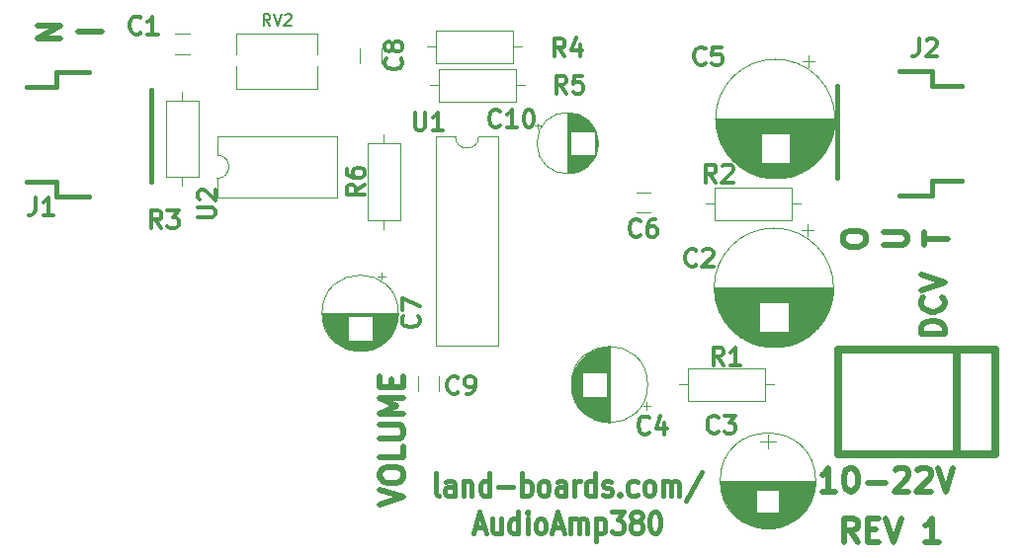
<source format=gto>
G04 #@! TF.GenerationSoftware,KiCad,Pcbnew,(5.1.10)-1*
G04 #@! TF.CreationDate,2021-10-23T14:25:22-04:00*
G04 #@! TF.ProjectId,AudioAmp380,41756469-6f41-46d7-9033-38302e6b6963,1*
G04 #@! TF.SameCoordinates,Original*
G04 #@! TF.FileFunction,Legend,Top*
G04 #@! TF.FilePolarity,Positive*
%FSLAX46Y46*%
G04 Gerber Fmt 4.6, Leading zero omitted, Abs format (unit mm)*
G04 Created by KiCad (PCBNEW (5.1.10)-1) date 2021-10-23 14:25:22*
%MOMM*%
%LPD*%
G01*
G04 APERTURE LIST*
%ADD10C,0.500000*%
%ADD11C,0.412750*%
%ADD12C,0.120000*%
%ADD13C,0.381000*%
%ADD14C,0.650000*%
%ADD15C,0.304800*%
%ADD16C,0.150000*%
G04 APERTURE END LIST*
D10*
X111033761Y-73767352D02*
X109033761Y-73767352D01*
X109033761Y-73291161D01*
X109129000Y-73005447D01*
X109319476Y-72814971D01*
X109509952Y-72719733D01*
X109890904Y-72624495D01*
X110176619Y-72624495D01*
X110557571Y-72719733D01*
X110748047Y-72814971D01*
X110938523Y-73005447D01*
X111033761Y-73291161D01*
X111033761Y-73767352D01*
X110843285Y-70624495D02*
X110938523Y-70719733D01*
X111033761Y-71005447D01*
X111033761Y-71195923D01*
X110938523Y-71481638D01*
X110748047Y-71672114D01*
X110557571Y-71767352D01*
X110176619Y-71862590D01*
X109890904Y-71862590D01*
X109509952Y-71767352D01*
X109319476Y-71672114D01*
X109129000Y-71481638D01*
X109033761Y-71195923D01*
X109033761Y-71005447D01*
X109129000Y-70719733D01*
X109224238Y-70624495D01*
X109033761Y-70053066D02*
X111033761Y-69386400D01*
X109033761Y-68719733D01*
X103588857Y-91595161D02*
X102922190Y-90642780D01*
X102446000Y-91595161D02*
X102446000Y-89595161D01*
X103207904Y-89595161D01*
X103398380Y-89690400D01*
X103493619Y-89785638D01*
X103588857Y-89976114D01*
X103588857Y-90261828D01*
X103493619Y-90452304D01*
X103398380Y-90547542D01*
X103207904Y-90642780D01*
X102446000Y-90642780D01*
X104446000Y-90547542D02*
X105112666Y-90547542D01*
X105398380Y-91595161D02*
X104446000Y-91595161D01*
X104446000Y-89595161D01*
X105398380Y-89595161D01*
X105969809Y-89595161D02*
X106636476Y-91595161D01*
X107303142Y-89595161D01*
X110541238Y-91595161D02*
X109398380Y-91595161D01*
X109969809Y-91595161D02*
X109969809Y-89595161D01*
X109779333Y-89880876D01*
X109588857Y-90071352D01*
X109398380Y-90166590D01*
X62678761Y-88435447D02*
X64678761Y-87768780D01*
X62678761Y-87102114D01*
X62678761Y-86054495D02*
X62678761Y-85673542D01*
X62774000Y-85483066D01*
X62964476Y-85292590D01*
X63345428Y-85197352D01*
X64012095Y-85197352D01*
X64393047Y-85292590D01*
X64583523Y-85483066D01*
X64678761Y-85673542D01*
X64678761Y-86054495D01*
X64583523Y-86244971D01*
X64393047Y-86435447D01*
X64012095Y-86530685D01*
X63345428Y-86530685D01*
X62964476Y-86435447D01*
X62774000Y-86244971D01*
X62678761Y-86054495D01*
X64678761Y-83387828D02*
X64678761Y-84340209D01*
X62678761Y-84340209D01*
X62678761Y-82721161D02*
X64297809Y-82721161D01*
X64488285Y-82625923D01*
X64583523Y-82530685D01*
X64678761Y-82340209D01*
X64678761Y-81959257D01*
X64583523Y-81768780D01*
X64488285Y-81673542D01*
X64297809Y-81578304D01*
X62678761Y-81578304D01*
X64678761Y-80625923D02*
X62678761Y-80625923D01*
X64107333Y-79959257D01*
X62678761Y-79292590D01*
X64678761Y-79292590D01*
X63631142Y-78340209D02*
X63631142Y-77673542D01*
X64678761Y-77387828D02*
X64678761Y-78340209D01*
X62678761Y-78340209D01*
X62678761Y-77387828D01*
X101684047Y-87277161D02*
X100541190Y-87277161D01*
X101112619Y-87277161D02*
X101112619Y-85277161D01*
X100922142Y-85562876D01*
X100731666Y-85753352D01*
X100541190Y-85848590D01*
X102922142Y-85277161D02*
X103112619Y-85277161D01*
X103303095Y-85372400D01*
X103398333Y-85467638D01*
X103493571Y-85658114D01*
X103588809Y-86039066D01*
X103588809Y-86515257D01*
X103493571Y-86896209D01*
X103398333Y-87086685D01*
X103303095Y-87181923D01*
X103112619Y-87277161D01*
X102922142Y-87277161D01*
X102731666Y-87181923D01*
X102636428Y-87086685D01*
X102541190Y-86896209D01*
X102445952Y-86515257D01*
X102445952Y-86039066D01*
X102541190Y-85658114D01*
X102636428Y-85467638D01*
X102731666Y-85372400D01*
X102922142Y-85277161D01*
X104445952Y-86515257D02*
X105969761Y-86515257D01*
X106826904Y-85467638D02*
X106922142Y-85372400D01*
X107112619Y-85277161D01*
X107588809Y-85277161D01*
X107779285Y-85372400D01*
X107874523Y-85467638D01*
X107969761Y-85658114D01*
X107969761Y-85848590D01*
X107874523Y-86134304D01*
X106731666Y-87277161D01*
X107969761Y-87277161D01*
X108731666Y-85467638D02*
X108826904Y-85372400D01*
X109017380Y-85277161D01*
X109493571Y-85277161D01*
X109684047Y-85372400D01*
X109779285Y-85467638D01*
X109874523Y-85658114D01*
X109874523Y-85848590D01*
X109779285Y-86134304D01*
X108636428Y-87277161D01*
X109874523Y-87277161D01*
X110445952Y-85277161D02*
X111112619Y-87277161D01*
X111779285Y-85277161D01*
D11*
X67714023Y-87631060D02*
X67556785Y-87540346D01*
X67478166Y-87358917D01*
X67478166Y-85726060D01*
X69050547Y-87631060D02*
X69050547Y-86633203D01*
X68971928Y-86451775D01*
X68814690Y-86361060D01*
X68500214Y-86361060D01*
X68342976Y-86451775D01*
X69050547Y-87540346D02*
X68893309Y-87631060D01*
X68500214Y-87631060D01*
X68342976Y-87540346D01*
X68264357Y-87358917D01*
X68264357Y-87177489D01*
X68342976Y-86996060D01*
X68500214Y-86905346D01*
X68893309Y-86905346D01*
X69050547Y-86814632D01*
X69836738Y-86361060D02*
X69836738Y-87631060D01*
X69836738Y-86542489D02*
X69915357Y-86451775D01*
X70072595Y-86361060D01*
X70308452Y-86361060D01*
X70465690Y-86451775D01*
X70544309Y-86633203D01*
X70544309Y-87631060D01*
X72038071Y-87631060D02*
X72038071Y-85726060D01*
X72038071Y-87540346D02*
X71880833Y-87631060D01*
X71566357Y-87631060D01*
X71409119Y-87540346D01*
X71330500Y-87449632D01*
X71251880Y-87268203D01*
X71251880Y-86723917D01*
X71330500Y-86542489D01*
X71409119Y-86451775D01*
X71566357Y-86361060D01*
X71880833Y-86361060D01*
X72038071Y-86451775D01*
X72824261Y-86905346D02*
X74082166Y-86905346D01*
X74868357Y-87631060D02*
X74868357Y-85726060D01*
X74868357Y-86451775D02*
X75025595Y-86361060D01*
X75340071Y-86361060D01*
X75497309Y-86451775D01*
X75575928Y-86542489D01*
X75654547Y-86723917D01*
X75654547Y-87268203D01*
X75575928Y-87449632D01*
X75497309Y-87540346D01*
X75340071Y-87631060D01*
X75025595Y-87631060D01*
X74868357Y-87540346D01*
X76597976Y-87631060D02*
X76440738Y-87540346D01*
X76362119Y-87449632D01*
X76283500Y-87268203D01*
X76283500Y-86723917D01*
X76362119Y-86542489D01*
X76440738Y-86451775D01*
X76597976Y-86361060D01*
X76833833Y-86361060D01*
X76991071Y-86451775D01*
X77069690Y-86542489D01*
X77148309Y-86723917D01*
X77148309Y-87268203D01*
X77069690Y-87449632D01*
X76991071Y-87540346D01*
X76833833Y-87631060D01*
X76597976Y-87631060D01*
X78563452Y-87631060D02*
X78563452Y-86633203D01*
X78484833Y-86451775D01*
X78327595Y-86361060D01*
X78013119Y-86361060D01*
X77855880Y-86451775D01*
X78563452Y-87540346D02*
X78406214Y-87631060D01*
X78013119Y-87631060D01*
X77855880Y-87540346D01*
X77777261Y-87358917D01*
X77777261Y-87177489D01*
X77855880Y-86996060D01*
X78013119Y-86905346D01*
X78406214Y-86905346D01*
X78563452Y-86814632D01*
X79349642Y-87631060D02*
X79349642Y-86361060D01*
X79349642Y-86723917D02*
X79428261Y-86542489D01*
X79506880Y-86451775D01*
X79664119Y-86361060D01*
X79821357Y-86361060D01*
X81079261Y-87631060D02*
X81079261Y-85726060D01*
X81079261Y-87540346D02*
X80922023Y-87631060D01*
X80607547Y-87631060D01*
X80450309Y-87540346D01*
X80371690Y-87449632D01*
X80293071Y-87268203D01*
X80293071Y-86723917D01*
X80371690Y-86542489D01*
X80450309Y-86451775D01*
X80607547Y-86361060D01*
X80922023Y-86361060D01*
X81079261Y-86451775D01*
X81786833Y-87540346D02*
X81944071Y-87631060D01*
X82258547Y-87631060D01*
X82415785Y-87540346D01*
X82494404Y-87358917D01*
X82494404Y-87268203D01*
X82415785Y-87086775D01*
X82258547Y-86996060D01*
X82022690Y-86996060D01*
X81865452Y-86905346D01*
X81786833Y-86723917D01*
X81786833Y-86633203D01*
X81865452Y-86451775D01*
X82022690Y-86361060D01*
X82258547Y-86361060D01*
X82415785Y-86451775D01*
X83201976Y-87449632D02*
X83280595Y-87540346D01*
X83201976Y-87631060D01*
X83123357Y-87540346D01*
X83201976Y-87449632D01*
X83201976Y-87631060D01*
X84695738Y-87540346D02*
X84538500Y-87631060D01*
X84224023Y-87631060D01*
X84066785Y-87540346D01*
X83988166Y-87449632D01*
X83909547Y-87268203D01*
X83909547Y-86723917D01*
X83988166Y-86542489D01*
X84066785Y-86451775D01*
X84224023Y-86361060D01*
X84538500Y-86361060D01*
X84695738Y-86451775D01*
X85639166Y-87631060D02*
X85481928Y-87540346D01*
X85403309Y-87449632D01*
X85324690Y-87268203D01*
X85324690Y-86723917D01*
X85403309Y-86542489D01*
X85481928Y-86451775D01*
X85639166Y-86361060D01*
X85875023Y-86361060D01*
X86032261Y-86451775D01*
X86110880Y-86542489D01*
X86189500Y-86723917D01*
X86189500Y-87268203D01*
X86110880Y-87449632D01*
X86032261Y-87540346D01*
X85875023Y-87631060D01*
X85639166Y-87631060D01*
X86897071Y-87631060D02*
X86897071Y-86361060D01*
X86897071Y-86542489D02*
X86975690Y-86451775D01*
X87132928Y-86361060D01*
X87368785Y-86361060D01*
X87526023Y-86451775D01*
X87604642Y-86633203D01*
X87604642Y-87631060D01*
X87604642Y-86633203D02*
X87683261Y-86451775D01*
X87840500Y-86361060D01*
X88076357Y-86361060D01*
X88233595Y-86451775D01*
X88312214Y-86633203D01*
X88312214Y-87631060D01*
X90277690Y-85635346D02*
X88862547Y-88084632D01*
X70819476Y-90357025D02*
X71605666Y-90357025D01*
X70662238Y-90901310D02*
X71212571Y-88996310D01*
X71762904Y-90901310D01*
X73020809Y-89631310D02*
X73020809Y-90901310D01*
X72313238Y-89631310D02*
X72313238Y-90629167D01*
X72391857Y-90810596D01*
X72549095Y-90901310D01*
X72784952Y-90901310D01*
X72942190Y-90810596D01*
X73020809Y-90719882D01*
X74514571Y-90901310D02*
X74514571Y-88996310D01*
X74514571Y-90810596D02*
X74357333Y-90901310D01*
X74042857Y-90901310D01*
X73885619Y-90810596D01*
X73807000Y-90719882D01*
X73728380Y-90538453D01*
X73728380Y-89994167D01*
X73807000Y-89812739D01*
X73885619Y-89722025D01*
X74042857Y-89631310D01*
X74357333Y-89631310D01*
X74514571Y-89722025D01*
X75300761Y-90901310D02*
X75300761Y-89631310D01*
X75300761Y-88996310D02*
X75222142Y-89087025D01*
X75300761Y-89177739D01*
X75379380Y-89087025D01*
X75300761Y-88996310D01*
X75300761Y-89177739D01*
X76322809Y-90901310D02*
X76165571Y-90810596D01*
X76086952Y-90719882D01*
X76008333Y-90538453D01*
X76008333Y-89994167D01*
X76086952Y-89812739D01*
X76165571Y-89722025D01*
X76322809Y-89631310D01*
X76558666Y-89631310D01*
X76715904Y-89722025D01*
X76794523Y-89812739D01*
X76873142Y-89994167D01*
X76873142Y-90538453D01*
X76794523Y-90719882D01*
X76715904Y-90810596D01*
X76558666Y-90901310D01*
X76322809Y-90901310D01*
X77502095Y-90357025D02*
X78288285Y-90357025D01*
X77344857Y-90901310D02*
X77895190Y-88996310D01*
X78445523Y-90901310D01*
X78995857Y-90901310D02*
X78995857Y-89631310D01*
X78995857Y-89812739D02*
X79074476Y-89722025D01*
X79231714Y-89631310D01*
X79467571Y-89631310D01*
X79624809Y-89722025D01*
X79703428Y-89903453D01*
X79703428Y-90901310D01*
X79703428Y-89903453D02*
X79782047Y-89722025D01*
X79939285Y-89631310D01*
X80175142Y-89631310D01*
X80332380Y-89722025D01*
X80411000Y-89903453D01*
X80411000Y-90901310D01*
X81197190Y-89631310D02*
X81197190Y-91536310D01*
X81197190Y-89722025D02*
X81354428Y-89631310D01*
X81668904Y-89631310D01*
X81826142Y-89722025D01*
X81904761Y-89812739D01*
X81983380Y-89994167D01*
X81983380Y-90538453D01*
X81904761Y-90719882D01*
X81826142Y-90810596D01*
X81668904Y-90901310D01*
X81354428Y-90901310D01*
X81197190Y-90810596D01*
X82533714Y-88996310D02*
X83555761Y-88996310D01*
X83005428Y-89722025D01*
X83241285Y-89722025D01*
X83398523Y-89812739D01*
X83477142Y-89903453D01*
X83555761Y-90084882D01*
X83555761Y-90538453D01*
X83477142Y-90719882D01*
X83398523Y-90810596D01*
X83241285Y-90901310D01*
X82769571Y-90901310D01*
X82612333Y-90810596D01*
X82533714Y-90719882D01*
X84499190Y-89812739D02*
X84341952Y-89722025D01*
X84263333Y-89631310D01*
X84184714Y-89449882D01*
X84184714Y-89359167D01*
X84263333Y-89177739D01*
X84341952Y-89087025D01*
X84499190Y-88996310D01*
X84813666Y-88996310D01*
X84970904Y-89087025D01*
X85049523Y-89177739D01*
X85128142Y-89359167D01*
X85128142Y-89449882D01*
X85049523Y-89631310D01*
X84970904Y-89722025D01*
X84813666Y-89812739D01*
X84499190Y-89812739D01*
X84341952Y-89903453D01*
X84263333Y-89994167D01*
X84184714Y-90175596D01*
X84184714Y-90538453D01*
X84263333Y-90719882D01*
X84341952Y-90810596D01*
X84499190Y-90901310D01*
X84813666Y-90901310D01*
X84970904Y-90810596D01*
X85049523Y-90719882D01*
X85128142Y-90538453D01*
X85128142Y-90175596D01*
X85049523Y-89994167D01*
X84970904Y-89903453D01*
X84813666Y-89812739D01*
X86150190Y-88996310D02*
X86307428Y-88996310D01*
X86464666Y-89087025D01*
X86543285Y-89177739D01*
X86621904Y-89359167D01*
X86700523Y-89722025D01*
X86700523Y-90175596D01*
X86621904Y-90538453D01*
X86543285Y-90719882D01*
X86464666Y-90810596D01*
X86307428Y-90901310D01*
X86150190Y-90901310D01*
X85992952Y-90810596D01*
X85914333Y-90719882D01*
X85835714Y-90538453D01*
X85757095Y-90175596D01*
X85757095Y-89722025D01*
X85835714Y-89359167D01*
X85914333Y-89177739D01*
X85992952Y-89087025D01*
X86150190Y-88996310D01*
D10*
X102309761Y-65803876D02*
X102309761Y-65422923D01*
X102405000Y-65232447D01*
X102595476Y-65041971D01*
X102976428Y-64946733D01*
X103643095Y-64946733D01*
X104024047Y-65041971D01*
X104214523Y-65232447D01*
X104309761Y-65422923D01*
X104309761Y-65803876D01*
X104214523Y-65994352D01*
X104024047Y-66184828D01*
X103643095Y-66280066D01*
X102976428Y-66280066D01*
X102595476Y-66184828D01*
X102405000Y-65994352D01*
X102309761Y-65803876D01*
X105809761Y-66184828D02*
X107428809Y-66184828D01*
X107619285Y-66089590D01*
X107714523Y-65994352D01*
X107809761Y-65803876D01*
X107809761Y-65422923D01*
X107714523Y-65232447D01*
X107619285Y-65137209D01*
X107428809Y-65041971D01*
X105809761Y-65041971D01*
X109309761Y-66184828D02*
X109309761Y-65041971D01*
X111309761Y-65613400D02*
X109309761Y-65613400D01*
X36806238Y-47891400D02*
X38806238Y-47891400D01*
X33306238Y-47319971D02*
X35306238Y-47319971D01*
X33306238Y-48462828D01*
X35306238Y-48462828D01*
D12*
X48728000Y-56798400D02*
X48728000Y-58448400D01*
X59008000Y-56798400D02*
X48728000Y-56798400D01*
X59008000Y-62098400D02*
X59008000Y-56798400D01*
X48728000Y-62098400D02*
X59008000Y-62098400D01*
X48728000Y-60448400D02*
X48728000Y-62098400D01*
X48728000Y-58448400D02*
G75*
G02*
X48728000Y-60448400I0J-1000000D01*
G01*
X61642000Y-63988400D02*
X64382000Y-63988400D01*
X64382000Y-63988400D02*
X64382000Y-57448400D01*
X64382000Y-57448400D02*
X61642000Y-57448400D01*
X61642000Y-57448400D02*
X61642000Y-63988400D01*
X63012000Y-64758400D02*
X63012000Y-63988400D01*
X63012000Y-56678400D02*
X63012000Y-57448400D01*
X74283000Y-53833400D02*
X74283000Y-51093400D01*
X74283000Y-51093400D02*
X67743000Y-51093400D01*
X67743000Y-51093400D02*
X67743000Y-53833400D01*
X67743000Y-53833400D02*
X74283000Y-53833400D01*
X75053000Y-52463400D02*
X74283000Y-52463400D01*
X66973000Y-52463400D02*
X67743000Y-52463400D01*
X45740000Y-61075400D02*
X45740000Y-60305400D01*
X45740000Y-52995400D02*
X45740000Y-53765400D01*
X47110000Y-60305400D02*
X47110000Y-53765400D01*
X44370000Y-60305400D02*
X47110000Y-60305400D01*
X44370000Y-53765400D02*
X44370000Y-60305400D01*
X47110000Y-53765400D02*
X44370000Y-53765400D01*
X96555000Y-83013400D02*
X95255000Y-83013400D01*
X95905000Y-82413400D02*
X95905000Y-83613400D01*
X96151000Y-90444400D02*
X95659000Y-90444400D01*
X96503000Y-90404400D02*
X95307000Y-90404400D01*
X96719000Y-90364400D02*
X95091000Y-90364400D01*
X96888000Y-90324400D02*
X94922000Y-90324400D01*
X97032000Y-90284400D02*
X94778000Y-90284400D01*
X97159000Y-90244400D02*
X94651000Y-90244400D01*
X97274000Y-90204400D02*
X94536000Y-90204400D01*
X97378000Y-90164400D02*
X94432000Y-90164400D01*
X97475000Y-90124400D02*
X94335000Y-90124400D01*
X97565000Y-90084400D02*
X94245000Y-90084400D01*
X97650000Y-90044400D02*
X94160000Y-90044400D01*
X97731000Y-90004400D02*
X94079000Y-90004400D01*
X97807000Y-89964400D02*
X94003000Y-89964400D01*
X97879000Y-89924400D02*
X93931000Y-89924400D01*
X97948000Y-89884400D02*
X93862000Y-89884400D01*
X98014000Y-89844400D02*
X93796000Y-89844400D01*
X98078000Y-89804400D02*
X93732000Y-89804400D01*
X98139000Y-89764400D02*
X93671000Y-89764400D01*
X98198000Y-89724400D02*
X93612000Y-89724400D01*
X98254000Y-89684400D02*
X93556000Y-89684400D01*
X98309000Y-89644400D02*
X93501000Y-89644400D01*
X98362000Y-89604400D02*
X93448000Y-89604400D01*
X98413000Y-89564400D02*
X93397000Y-89564400D01*
X98462000Y-89524400D02*
X93348000Y-89524400D01*
X98510000Y-89484400D02*
X93300000Y-89484400D01*
X98557000Y-89444400D02*
X93253000Y-89444400D01*
X98602000Y-89404400D02*
X93208000Y-89404400D01*
X98645000Y-89364400D02*
X93165000Y-89364400D01*
X98688000Y-89324400D02*
X93122000Y-89324400D01*
X98729000Y-89284400D02*
X93081000Y-89284400D01*
X98770000Y-89244400D02*
X93040000Y-89244400D01*
X98809000Y-89204400D02*
X93001000Y-89204400D01*
X98847000Y-89164400D02*
X92963000Y-89164400D01*
X98884000Y-89124400D02*
X92926000Y-89124400D01*
X94925000Y-89084400D02*
X92890000Y-89084400D01*
X98920000Y-89084400D02*
X96885000Y-89084400D01*
X94925000Y-89044400D02*
X92855000Y-89044400D01*
X98955000Y-89044400D02*
X96885000Y-89044400D01*
X94925000Y-89004400D02*
X92821000Y-89004400D01*
X98989000Y-89004400D02*
X96885000Y-89004400D01*
X94925000Y-88964400D02*
X92787000Y-88964400D01*
X99023000Y-88964400D02*
X96885000Y-88964400D01*
X94925000Y-88924400D02*
X92755000Y-88924400D01*
X99055000Y-88924400D02*
X96885000Y-88924400D01*
X94925000Y-88884400D02*
X92723000Y-88884400D01*
X99087000Y-88884400D02*
X96885000Y-88884400D01*
X94925000Y-88844400D02*
X92692000Y-88844400D01*
X99118000Y-88844400D02*
X96885000Y-88844400D01*
X94925000Y-88804400D02*
X92662000Y-88804400D01*
X99148000Y-88804400D02*
X96885000Y-88804400D01*
X94925000Y-88764400D02*
X92633000Y-88764400D01*
X99177000Y-88764400D02*
X96885000Y-88764400D01*
X94925000Y-88724400D02*
X92604000Y-88724400D01*
X99206000Y-88724400D02*
X96885000Y-88724400D01*
X94925000Y-88684400D02*
X92576000Y-88684400D01*
X99234000Y-88684400D02*
X96885000Y-88684400D01*
X94925000Y-88644400D02*
X92549000Y-88644400D01*
X99261000Y-88644400D02*
X96885000Y-88644400D01*
X94925000Y-88604400D02*
X92522000Y-88604400D01*
X99288000Y-88604400D02*
X96885000Y-88604400D01*
X94925000Y-88564400D02*
X92497000Y-88564400D01*
X99313000Y-88564400D02*
X96885000Y-88564400D01*
X94925000Y-88524400D02*
X92471000Y-88524400D01*
X99339000Y-88524400D02*
X96885000Y-88524400D01*
X94925000Y-88484400D02*
X92447000Y-88484400D01*
X99363000Y-88484400D02*
X96885000Y-88484400D01*
X94925000Y-88444400D02*
X92423000Y-88444400D01*
X99387000Y-88444400D02*
X96885000Y-88444400D01*
X94925000Y-88404400D02*
X92400000Y-88404400D01*
X99410000Y-88404400D02*
X96885000Y-88404400D01*
X94925000Y-88364400D02*
X92377000Y-88364400D01*
X99433000Y-88364400D02*
X96885000Y-88364400D01*
X94925000Y-88324400D02*
X92355000Y-88324400D01*
X99455000Y-88324400D02*
X96885000Y-88324400D01*
X94925000Y-88284400D02*
X92333000Y-88284400D01*
X99477000Y-88284400D02*
X96885000Y-88284400D01*
X94925000Y-88244400D02*
X92312000Y-88244400D01*
X99498000Y-88244400D02*
X96885000Y-88244400D01*
X94925000Y-88204400D02*
X92292000Y-88204400D01*
X99518000Y-88204400D02*
X96885000Y-88204400D01*
X94925000Y-88164400D02*
X92272000Y-88164400D01*
X99538000Y-88164400D02*
X96885000Y-88164400D01*
X94925000Y-88124400D02*
X92253000Y-88124400D01*
X99557000Y-88124400D02*
X96885000Y-88124400D01*
X94925000Y-88084400D02*
X92234000Y-88084400D01*
X99576000Y-88084400D02*
X96885000Y-88084400D01*
X94925000Y-88044400D02*
X92215000Y-88044400D01*
X99595000Y-88044400D02*
X96885000Y-88044400D01*
X94925000Y-88004400D02*
X92198000Y-88004400D01*
X99612000Y-88004400D02*
X96885000Y-88004400D01*
X94925000Y-87964400D02*
X92180000Y-87964400D01*
X99630000Y-87964400D02*
X96885000Y-87964400D01*
X94925000Y-87924400D02*
X92164000Y-87924400D01*
X99646000Y-87924400D02*
X96885000Y-87924400D01*
X94925000Y-87884400D02*
X92147000Y-87884400D01*
X99663000Y-87884400D02*
X96885000Y-87884400D01*
X94925000Y-87844400D02*
X92132000Y-87844400D01*
X99678000Y-87844400D02*
X96885000Y-87844400D01*
X94925000Y-87804400D02*
X92116000Y-87804400D01*
X99694000Y-87804400D02*
X96885000Y-87804400D01*
X94925000Y-87764400D02*
X92102000Y-87764400D01*
X99708000Y-87764400D02*
X96885000Y-87764400D01*
X94925000Y-87724400D02*
X92087000Y-87724400D01*
X99723000Y-87724400D02*
X96885000Y-87724400D01*
X94925000Y-87684400D02*
X92073000Y-87684400D01*
X99737000Y-87684400D02*
X96885000Y-87684400D01*
X94925000Y-87644400D02*
X92060000Y-87644400D01*
X99750000Y-87644400D02*
X96885000Y-87644400D01*
X94925000Y-87604400D02*
X92047000Y-87604400D01*
X99763000Y-87604400D02*
X96885000Y-87604400D01*
X94925000Y-87564400D02*
X92035000Y-87564400D01*
X99775000Y-87564400D02*
X96885000Y-87564400D01*
X94925000Y-87524400D02*
X92022000Y-87524400D01*
X99788000Y-87524400D02*
X96885000Y-87524400D01*
X94925000Y-87484400D02*
X92011000Y-87484400D01*
X99799000Y-87484400D02*
X96885000Y-87484400D01*
X94925000Y-87444400D02*
X92000000Y-87444400D01*
X99810000Y-87444400D02*
X96885000Y-87444400D01*
X94925000Y-87404400D02*
X91989000Y-87404400D01*
X99821000Y-87404400D02*
X96885000Y-87404400D01*
X94925000Y-87364400D02*
X91979000Y-87364400D01*
X99831000Y-87364400D02*
X96885000Y-87364400D01*
X94925000Y-87324400D02*
X91969000Y-87324400D01*
X99841000Y-87324400D02*
X96885000Y-87324400D01*
X94925000Y-87284400D02*
X91959000Y-87284400D01*
X99851000Y-87284400D02*
X96885000Y-87284400D01*
X94925000Y-87244400D02*
X91950000Y-87244400D01*
X99860000Y-87244400D02*
X96885000Y-87244400D01*
X94925000Y-87204400D02*
X91942000Y-87204400D01*
X99868000Y-87204400D02*
X96885000Y-87204400D01*
X94925000Y-87164400D02*
X91934000Y-87164400D01*
X99876000Y-87164400D02*
X96885000Y-87164400D01*
X99884000Y-87124400D02*
X91926000Y-87124400D01*
X99892000Y-87084400D02*
X91918000Y-87084400D01*
X99899000Y-87043400D02*
X91911000Y-87043400D01*
X99905000Y-87003400D02*
X91905000Y-87003400D01*
X99911000Y-86963400D02*
X91899000Y-86963400D01*
X99917000Y-86923400D02*
X91893000Y-86923400D01*
X99922000Y-86883400D02*
X91888000Y-86883400D01*
X99927000Y-86843400D02*
X91883000Y-86843400D01*
X99932000Y-86803400D02*
X91878000Y-86803400D01*
X99936000Y-86763400D02*
X91874000Y-86763400D01*
X99940000Y-86723400D02*
X91870000Y-86723400D01*
X99943000Y-86683400D02*
X91867000Y-86683400D01*
X99946000Y-86643400D02*
X91864000Y-86643400D01*
X99948000Y-86603400D02*
X91862000Y-86603400D01*
X99951000Y-86563400D02*
X91859000Y-86563400D01*
X99952000Y-86523400D02*
X91858000Y-86523400D01*
X99954000Y-86483400D02*
X91856000Y-86483400D01*
X99955000Y-86443400D02*
X91855000Y-86443400D01*
X99955000Y-86403400D02*
X91855000Y-86403400D01*
X99955000Y-86363400D02*
X91855000Y-86363400D01*
X99995000Y-86363400D02*
G75*
G03*
X99995000Y-86363400I-4090000J0D01*
G01*
D13*
X43073000Y-60464400D02*
X43073000Y-54114400D01*
X34945000Y-60718400D02*
X32405000Y-60718400D01*
X34945000Y-61988400D02*
X34945000Y-60718400D01*
X37739000Y-61988400D02*
X34945000Y-61988400D01*
X34945000Y-52590400D02*
X32405000Y-52590400D01*
X34945000Y-51320400D02*
X34945000Y-52590400D01*
X37739000Y-51320400D02*
X34945000Y-51320400D01*
X43073000Y-54114400D02*
X43073000Y-52844400D01*
X43073000Y-60464400D02*
X43073000Y-60718400D01*
X101865000Y-52803400D02*
X101865000Y-59153400D01*
X109993000Y-52549400D02*
X112533000Y-52549400D01*
X109993000Y-51279400D02*
X109993000Y-52549400D01*
X107199000Y-51279400D02*
X109993000Y-51279400D01*
X109993000Y-60677400D02*
X112533000Y-60677400D01*
X109993000Y-61947400D02*
X109993000Y-60677400D01*
X107199000Y-61947400D02*
X109993000Y-61947400D01*
X101865000Y-59153400D02*
X101865000Y-60423400D01*
X101865000Y-52803400D02*
X101865000Y-52549400D01*
D12*
X84630000Y-63357400D02*
X85804000Y-63357400D01*
X84630000Y-61635400D02*
X85804000Y-61635400D01*
X72774000Y-56848400D02*
X71124000Y-56848400D01*
X72774000Y-74748400D02*
X72774000Y-56848400D01*
X67474000Y-74748400D02*
X72774000Y-74748400D01*
X67474000Y-56848400D02*
X67474000Y-74748400D01*
X69124000Y-56848400D02*
X67474000Y-56848400D01*
X71124000Y-56848400D02*
G75*
G02*
X69124000Y-56848400I-1000000J0D01*
G01*
X46389000Y-47987400D02*
X45131000Y-47987400D01*
X46389000Y-49827400D02*
X45131000Y-49827400D01*
X62789000Y-49274400D02*
X62789000Y-50532400D01*
X60949000Y-49274400D02*
X60949000Y-50532400D01*
X66719000Y-49161400D02*
X67489000Y-49161400D01*
X74799000Y-49161400D02*
X74029000Y-49161400D01*
X67489000Y-50531400D02*
X74029000Y-50531400D01*
X67489000Y-47791400D02*
X67489000Y-50531400D01*
X74029000Y-47791400D02*
X67489000Y-47791400D01*
X74029000Y-50531400D02*
X74029000Y-47791400D01*
X89079000Y-76743400D02*
X89079000Y-79483400D01*
X89079000Y-79483400D02*
X95619000Y-79483400D01*
X95619000Y-79483400D02*
X95619000Y-76743400D01*
X95619000Y-76743400D02*
X89079000Y-76743400D01*
X88309000Y-78113400D02*
X89079000Y-78113400D01*
X96389000Y-78113400D02*
X95619000Y-78113400D01*
X98675000Y-62623400D02*
X97905000Y-62623400D01*
X90595000Y-62623400D02*
X91365000Y-62623400D01*
X97905000Y-61253400D02*
X91365000Y-61253400D01*
X97905000Y-63993400D02*
X97905000Y-61253400D01*
X91365000Y-63993400D02*
X97905000Y-63993400D01*
X91365000Y-61253400D02*
X91365000Y-63993400D01*
X85521241Y-80271400D02*
X85521241Y-79641400D01*
X85836241Y-79956400D02*
X85206241Y-79956400D01*
X79095000Y-78519400D02*
X79095000Y-77715400D01*
X79135000Y-78750400D02*
X79135000Y-77484400D01*
X79175000Y-78919400D02*
X79175000Y-77315400D01*
X79215000Y-79057400D02*
X79215000Y-77177400D01*
X79255000Y-79176400D02*
X79255000Y-77058400D01*
X79295000Y-79282400D02*
X79295000Y-76952400D01*
X79335000Y-79379400D02*
X79335000Y-76855400D01*
X79375000Y-79467400D02*
X79375000Y-76767400D01*
X79415000Y-79549400D02*
X79415000Y-76685400D01*
X79455000Y-79626400D02*
X79455000Y-76608400D01*
X79495000Y-79698400D02*
X79495000Y-76536400D01*
X79535000Y-79767400D02*
X79535000Y-76467400D01*
X79575000Y-79831400D02*
X79575000Y-76403400D01*
X79615000Y-79893400D02*
X79615000Y-76341400D01*
X79655000Y-79951400D02*
X79655000Y-76283400D01*
X79695000Y-80007400D02*
X79695000Y-76227400D01*
X79735000Y-80061400D02*
X79735000Y-76173400D01*
X79775000Y-80112400D02*
X79775000Y-76122400D01*
X79815000Y-80161400D02*
X79815000Y-76073400D01*
X79855000Y-80209400D02*
X79855000Y-76025400D01*
X79895000Y-80254400D02*
X79895000Y-75980400D01*
X79935000Y-80299400D02*
X79935000Y-75935400D01*
X79975000Y-80341400D02*
X79975000Y-75893400D01*
X80015000Y-80382400D02*
X80015000Y-75852400D01*
X80055000Y-77077400D02*
X80055000Y-75812400D01*
X80055000Y-80422400D02*
X80055000Y-79157400D01*
X80095000Y-77077400D02*
X80095000Y-75774400D01*
X80095000Y-80460400D02*
X80095000Y-79157400D01*
X80135000Y-77077400D02*
X80135000Y-75737400D01*
X80135000Y-80497400D02*
X80135000Y-79157400D01*
X80175000Y-77077400D02*
X80175000Y-75701400D01*
X80175000Y-80533400D02*
X80175000Y-79157400D01*
X80215000Y-77077400D02*
X80215000Y-75667400D01*
X80215000Y-80567400D02*
X80215000Y-79157400D01*
X80255000Y-77077400D02*
X80255000Y-75633400D01*
X80255000Y-80601400D02*
X80255000Y-79157400D01*
X80295000Y-77077400D02*
X80295000Y-75601400D01*
X80295000Y-80633400D02*
X80295000Y-79157400D01*
X80335000Y-77077400D02*
X80335000Y-75569400D01*
X80335000Y-80665400D02*
X80335000Y-79157400D01*
X80375000Y-77077400D02*
X80375000Y-75539400D01*
X80375000Y-80695400D02*
X80375000Y-79157400D01*
X80415000Y-77077400D02*
X80415000Y-75510400D01*
X80415000Y-80724400D02*
X80415000Y-79157400D01*
X80455000Y-77077400D02*
X80455000Y-75481400D01*
X80455000Y-80753400D02*
X80455000Y-79157400D01*
X80495000Y-77077400D02*
X80495000Y-75453400D01*
X80495000Y-80781400D02*
X80495000Y-79157400D01*
X80535000Y-77077400D02*
X80535000Y-75427400D01*
X80535000Y-80807400D02*
X80535000Y-79157400D01*
X80575000Y-77077400D02*
X80575000Y-75401400D01*
X80575000Y-80833400D02*
X80575000Y-79157400D01*
X80615000Y-77077400D02*
X80615000Y-75375400D01*
X80615000Y-80859400D02*
X80615000Y-79157400D01*
X80655000Y-77077400D02*
X80655000Y-75351400D01*
X80655000Y-80883400D02*
X80655000Y-79157400D01*
X80695000Y-77077400D02*
X80695000Y-75327400D01*
X80695000Y-80907400D02*
X80695000Y-79157400D01*
X80735000Y-77077400D02*
X80735000Y-75305400D01*
X80735000Y-80929400D02*
X80735000Y-79157400D01*
X80775000Y-77077400D02*
X80775000Y-75283400D01*
X80775000Y-80951400D02*
X80775000Y-79157400D01*
X80815000Y-77077400D02*
X80815000Y-75261400D01*
X80815000Y-80973400D02*
X80815000Y-79157400D01*
X80855000Y-77077400D02*
X80855000Y-75241400D01*
X80855000Y-80993400D02*
X80855000Y-79157400D01*
X80895000Y-77077400D02*
X80895000Y-75221400D01*
X80895000Y-81013400D02*
X80895000Y-79157400D01*
X80935000Y-77077400D02*
X80935000Y-75201400D01*
X80935000Y-81033400D02*
X80935000Y-79157400D01*
X80975000Y-77077400D02*
X80975000Y-75183400D01*
X80975000Y-81051400D02*
X80975000Y-79157400D01*
X81015000Y-77077400D02*
X81015000Y-75165400D01*
X81015000Y-81069400D02*
X81015000Y-79157400D01*
X81055000Y-77077400D02*
X81055000Y-75147400D01*
X81055000Y-81087400D02*
X81055000Y-79157400D01*
X81095000Y-77077400D02*
X81095000Y-75131400D01*
X81095000Y-81103400D02*
X81095000Y-79157400D01*
X81135000Y-77077400D02*
X81135000Y-75115400D01*
X81135000Y-81119400D02*
X81135000Y-79157400D01*
X81175000Y-77077400D02*
X81175000Y-75099400D01*
X81175000Y-81135400D02*
X81175000Y-79157400D01*
X81215000Y-77077400D02*
X81215000Y-75084400D01*
X81215000Y-81150400D02*
X81215000Y-79157400D01*
X81255000Y-77077400D02*
X81255000Y-75070400D01*
X81255000Y-81164400D02*
X81255000Y-79157400D01*
X81295000Y-77077400D02*
X81295000Y-75056400D01*
X81295000Y-81178400D02*
X81295000Y-79157400D01*
X81335000Y-77077400D02*
X81335000Y-75043400D01*
X81335000Y-81191400D02*
X81335000Y-79157400D01*
X81375000Y-77077400D02*
X81375000Y-75031400D01*
X81375000Y-81203400D02*
X81375000Y-79157400D01*
X81415000Y-77077400D02*
X81415000Y-75019400D01*
X81415000Y-81215400D02*
X81415000Y-79157400D01*
X81455000Y-77077400D02*
X81455000Y-75007400D01*
X81455000Y-81227400D02*
X81455000Y-79157400D01*
X81495000Y-77077400D02*
X81495000Y-74996400D01*
X81495000Y-81238400D02*
X81495000Y-79157400D01*
X81535000Y-77077400D02*
X81535000Y-74986400D01*
X81535000Y-81248400D02*
X81535000Y-79157400D01*
X81575000Y-77077400D02*
X81575000Y-74976400D01*
X81575000Y-81258400D02*
X81575000Y-79157400D01*
X81615000Y-77077400D02*
X81615000Y-74967400D01*
X81615000Y-81267400D02*
X81615000Y-79157400D01*
X81656000Y-77077400D02*
X81656000Y-74958400D01*
X81656000Y-81276400D02*
X81656000Y-79157400D01*
X81696000Y-77077400D02*
X81696000Y-74950400D01*
X81696000Y-81284400D02*
X81696000Y-79157400D01*
X81736000Y-77077400D02*
X81736000Y-74942400D01*
X81736000Y-81292400D02*
X81736000Y-79157400D01*
X81776000Y-77077400D02*
X81776000Y-74935400D01*
X81776000Y-81299400D02*
X81776000Y-79157400D01*
X81816000Y-77077400D02*
X81816000Y-74928400D01*
X81816000Y-81306400D02*
X81816000Y-79157400D01*
X81856000Y-77077400D02*
X81856000Y-74922400D01*
X81856000Y-81312400D02*
X81856000Y-79157400D01*
X81896000Y-77077400D02*
X81896000Y-74916400D01*
X81896000Y-81318400D02*
X81896000Y-79157400D01*
X81936000Y-77077400D02*
X81936000Y-74911400D01*
X81936000Y-81323400D02*
X81936000Y-79157400D01*
X81976000Y-77077400D02*
X81976000Y-74906400D01*
X81976000Y-81328400D02*
X81976000Y-79157400D01*
X82016000Y-77077400D02*
X82016000Y-74902400D01*
X82016000Y-81332400D02*
X82016000Y-79157400D01*
X82056000Y-77077400D02*
X82056000Y-74899400D01*
X82056000Y-81335400D02*
X82056000Y-79157400D01*
X82096000Y-77077400D02*
X82096000Y-74895400D01*
X82096000Y-81339400D02*
X82096000Y-79157400D01*
X82136000Y-81341400D02*
X82136000Y-74893400D01*
X82176000Y-81344400D02*
X82176000Y-74890400D01*
X82216000Y-81345400D02*
X82216000Y-74889400D01*
X82256000Y-81347400D02*
X82256000Y-74887400D01*
X82296000Y-81347400D02*
X82296000Y-74887400D01*
X82336000Y-81347400D02*
X82336000Y-74887400D01*
X85606000Y-78117400D02*
G75*
G03*
X85606000Y-78117400I-3270000J0D01*
G01*
X64250000Y-72001400D02*
G75*
G03*
X64250000Y-72001400I-3270000J0D01*
G01*
X64210000Y-72001400D02*
X57750000Y-72001400D01*
X64210000Y-72041400D02*
X57750000Y-72041400D01*
X64210000Y-72081400D02*
X57750000Y-72081400D01*
X64208000Y-72121400D02*
X57752000Y-72121400D01*
X64207000Y-72161400D02*
X57753000Y-72161400D01*
X64204000Y-72201400D02*
X57756000Y-72201400D01*
X64202000Y-72241400D02*
X62020000Y-72241400D01*
X59940000Y-72241400D02*
X57758000Y-72241400D01*
X64198000Y-72281400D02*
X62020000Y-72281400D01*
X59940000Y-72281400D02*
X57762000Y-72281400D01*
X64195000Y-72321400D02*
X62020000Y-72321400D01*
X59940000Y-72321400D02*
X57765000Y-72321400D01*
X64191000Y-72361400D02*
X62020000Y-72361400D01*
X59940000Y-72361400D02*
X57769000Y-72361400D01*
X64186000Y-72401400D02*
X62020000Y-72401400D01*
X59940000Y-72401400D02*
X57774000Y-72401400D01*
X64181000Y-72441400D02*
X62020000Y-72441400D01*
X59940000Y-72441400D02*
X57779000Y-72441400D01*
X64175000Y-72481400D02*
X62020000Y-72481400D01*
X59940000Y-72481400D02*
X57785000Y-72481400D01*
X64169000Y-72521400D02*
X62020000Y-72521400D01*
X59940000Y-72521400D02*
X57791000Y-72521400D01*
X64162000Y-72561400D02*
X62020000Y-72561400D01*
X59940000Y-72561400D02*
X57798000Y-72561400D01*
X64155000Y-72601400D02*
X62020000Y-72601400D01*
X59940000Y-72601400D02*
X57805000Y-72601400D01*
X64147000Y-72641400D02*
X62020000Y-72641400D01*
X59940000Y-72641400D02*
X57813000Y-72641400D01*
X64139000Y-72681400D02*
X62020000Y-72681400D01*
X59940000Y-72681400D02*
X57821000Y-72681400D01*
X64130000Y-72722400D02*
X62020000Y-72722400D01*
X59940000Y-72722400D02*
X57830000Y-72722400D01*
X64121000Y-72762400D02*
X62020000Y-72762400D01*
X59940000Y-72762400D02*
X57839000Y-72762400D01*
X64111000Y-72802400D02*
X62020000Y-72802400D01*
X59940000Y-72802400D02*
X57849000Y-72802400D01*
X64101000Y-72842400D02*
X62020000Y-72842400D01*
X59940000Y-72842400D02*
X57859000Y-72842400D01*
X64090000Y-72882400D02*
X62020000Y-72882400D01*
X59940000Y-72882400D02*
X57870000Y-72882400D01*
X64078000Y-72922400D02*
X62020000Y-72922400D01*
X59940000Y-72922400D02*
X57882000Y-72922400D01*
X64066000Y-72962400D02*
X62020000Y-72962400D01*
X59940000Y-72962400D02*
X57894000Y-72962400D01*
X64054000Y-73002400D02*
X62020000Y-73002400D01*
X59940000Y-73002400D02*
X57906000Y-73002400D01*
X64041000Y-73042400D02*
X62020000Y-73042400D01*
X59940000Y-73042400D02*
X57919000Y-73042400D01*
X64027000Y-73082400D02*
X62020000Y-73082400D01*
X59940000Y-73082400D02*
X57933000Y-73082400D01*
X64013000Y-73122400D02*
X62020000Y-73122400D01*
X59940000Y-73122400D02*
X57947000Y-73122400D01*
X63998000Y-73162400D02*
X62020000Y-73162400D01*
X59940000Y-73162400D02*
X57962000Y-73162400D01*
X63982000Y-73202400D02*
X62020000Y-73202400D01*
X59940000Y-73202400D02*
X57978000Y-73202400D01*
X63966000Y-73242400D02*
X62020000Y-73242400D01*
X59940000Y-73242400D02*
X57994000Y-73242400D01*
X63950000Y-73282400D02*
X62020000Y-73282400D01*
X59940000Y-73282400D02*
X58010000Y-73282400D01*
X63932000Y-73322400D02*
X62020000Y-73322400D01*
X59940000Y-73322400D02*
X58028000Y-73322400D01*
X63914000Y-73362400D02*
X62020000Y-73362400D01*
X59940000Y-73362400D02*
X58046000Y-73362400D01*
X63896000Y-73402400D02*
X62020000Y-73402400D01*
X59940000Y-73402400D02*
X58064000Y-73402400D01*
X63876000Y-73442400D02*
X62020000Y-73442400D01*
X59940000Y-73442400D02*
X58084000Y-73442400D01*
X63856000Y-73482400D02*
X62020000Y-73482400D01*
X59940000Y-73482400D02*
X58104000Y-73482400D01*
X63836000Y-73522400D02*
X62020000Y-73522400D01*
X59940000Y-73522400D02*
X58124000Y-73522400D01*
X63814000Y-73562400D02*
X62020000Y-73562400D01*
X59940000Y-73562400D02*
X58146000Y-73562400D01*
X63792000Y-73602400D02*
X62020000Y-73602400D01*
X59940000Y-73602400D02*
X58168000Y-73602400D01*
X63770000Y-73642400D02*
X62020000Y-73642400D01*
X59940000Y-73642400D02*
X58190000Y-73642400D01*
X63746000Y-73682400D02*
X62020000Y-73682400D01*
X59940000Y-73682400D02*
X58214000Y-73682400D01*
X63722000Y-73722400D02*
X62020000Y-73722400D01*
X59940000Y-73722400D02*
X58238000Y-73722400D01*
X63696000Y-73762400D02*
X62020000Y-73762400D01*
X59940000Y-73762400D02*
X58264000Y-73762400D01*
X63670000Y-73802400D02*
X62020000Y-73802400D01*
X59940000Y-73802400D02*
X58290000Y-73802400D01*
X63644000Y-73842400D02*
X62020000Y-73842400D01*
X59940000Y-73842400D02*
X58316000Y-73842400D01*
X63616000Y-73882400D02*
X62020000Y-73882400D01*
X59940000Y-73882400D02*
X58344000Y-73882400D01*
X63587000Y-73922400D02*
X62020000Y-73922400D01*
X59940000Y-73922400D02*
X58373000Y-73922400D01*
X63558000Y-73962400D02*
X62020000Y-73962400D01*
X59940000Y-73962400D02*
X58402000Y-73962400D01*
X63528000Y-74002400D02*
X62020000Y-74002400D01*
X59940000Y-74002400D02*
X58432000Y-74002400D01*
X63496000Y-74042400D02*
X62020000Y-74042400D01*
X59940000Y-74042400D02*
X58464000Y-74042400D01*
X63464000Y-74082400D02*
X62020000Y-74082400D01*
X59940000Y-74082400D02*
X58496000Y-74082400D01*
X63430000Y-74122400D02*
X62020000Y-74122400D01*
X59940000Y-74122400D02*
X58530000Y-74122400D01*
X63396000Y-74162400D02*
X62020000Y-74162400D01*
X59940000Y-74162400D02*
X58564000Y-74162400D01*
X63360000Y-74202400D02*
X62020000Y-74202400D01*
X59940000Y-74202400D02*
X58600000Y-74202400D01*
X63323000Y-74242400D02*
X62020000Y-74242400D01*
X59940000Y-74242400D02*
X58637000Y-74242400D01*
X63285000Y-74282400D02*
X62020000Y-74282400D01*
X59940000Y-74282400D02*
X58675000Y-74282400D01*
X63245000Y-74322400D02*
X58715000Y-74322400D01*
X63204000Y-74362400D02*
X58756000Y-74362400D01*
X63162000Y-74402400D02*
X58798000Y-74402400D01*
X63117000Y-74442400D02*
X58843000Y-74442400D01*
X63072000Y-74482400D02*
X58888000Y-74482400D01*
X63024000Y-74522400D02*
X58936000Y-74522400D01*
X62975000Y-74562400D02*
X58985000Y-74562400D01*
X62924000Y-74602400D02*
X59036000Y-74602400D01*
X62870000Y-74642400D02*
X59090000Y-74642400D01*
X62814000Y-74682400D02*
X59146000Y-74682400D01*
X62756000Y-74722400D02*
X59204000Y-74722400D01*
X62694000Y-74762400D02*
X59266000Y-74762400D01*
X62630000Y-74802400D02*
X59330000Y-74802400D01*
X62561000Y-74842400D02*
X59399000Y-74842400D01*
X62489000Y-74882400D02*
X59471000Y-74882400D01*
X62412000Y-74922400D02*
X59548000Y-74922400D01*
X62330000Y-74962400D02*
X59630000Y-74962400D01*
X62242000Y-75002400D02*
X59718000Y-75002400D01*
X62145000Y-75042400D02*
X59815000Y-75042400D01*
X62039000Y-75082400D02*
X59921000Y-75082400D01*
X61920000Y-75122400D02*
X60040000Y-75122400D01*
X61782000Y-75162400D02*
X60178000Y-75162400D01*
X61613000Y-75202400D02*
X60347000Y-75202400D01*
X61382000Y-75242400D02*
X60578000Y-75242400D01*
X62819000Y-68501159D02*
X62819000Y-69131159D01*
X63134000Y-68816159D02*
X62504000Y-68816159D01*
X67742000Y-78639400D02*
X67742000Y-77381400D01*
X65902000Y-78639400D02*
X65902000Y-77381400D01*
X76185225Y-55691400D02*
X76185225Y-56191400D01*
X75935225Y-55941400D02*
X76435225Y-55941400D01*
X81341000Y-57132400D02*
X81341000Y-57700400D01*
X81301000Y-56898400D02*
X81301000Y-57934400D01*
X81261000Y-56739400D02*
X81261000Y-58093400D01*
X81221000Y-56611400D02*
X81221000Y-58221400D01*
X81181000Y-56501400D02*
X81181000Y-58331400D01*
X81141000Y-56405400D02*
X81141000Y-58427400D01*
X81101000Y-56318400D02*
X81101000Y-58514400D01*
X81061000Y-56238400D02*
X81061000Y-58594400D01*
X81021000Y-58456400D02*
X81021000Y-58667400D01*
X81021000Y-56165400D02*
X81021000Y-56376400D01*
X80981000Y-58456400D02*
X80981000Y-58735400D01*
X80981000Y-56097400D02*
X80981000Y-56376400D01*
X80941000Y-58456400D02*
X80941000Y-58799400D01*
X80941000Y-56033400D02*
X80941000Y-56376400D01*
X80901000Y-58456400D02*
X80901000Y-58859400D01*
X80901000Y-55973400D02*
X80901000Y-56376400D01*
X80861000Y-58456400D02*
X80861000Y-58916400D01*
X80861000Y-55916400D02*
X80861000Y-56376400D01*
X80821000Y-58456400D02*
X80821000Y-58970400D01*
X80821000Y-55862400D02*
X80821000Y-56376400D01*
X80781000Y-58456400D02*
X80781000Y-59021400D01*
X80781000Y-55811400D02*
X80781000Y-56376400D01*
X80741000Y-58456400D02*
X80741000Y-59069400D01*
X80741000Y-55763400D02*
X80741000Y-56376400D01*
X80701000Y-58456400D02*
X80701000Y-59115400D01*
X80701000Y-55717400D02*
X80701000Y-56376400D01*
X80661000Y-58456400D02*
X80661000Y-59159400D01*
X80661000Y-55673400D02*
X80661000Y-56376400D01*
X80621000Y-58456400D02*
X80621000Y-59201400D01*
X80621000Y-55631400D02*
X80621000Y-56376400D01*
X80581000Y-58456400D02*
X80581000Y-59242400D01*
X80581000Y-55590400D02*
X80581000Y-56376400D01*
X80541000Y-58456400D02*
X80541000Y-59280400D01*
X80541000Y-55552400D02*
X80541000Y-56376400D01*
X80501000Y-58456400D02*
X80501000Y-59317400D01*
X80501000Y-55515400D02*
X80501000Y-56376400D01*
X80461000Y-58456400D02*
X80461000Y-59353400D01*
X80461000Y-55479400D02*
X80461000Y-56376400D01*
X80421000Y-58456400D02*
X80421000Y-59387400D01*
X80421000Y-55445400D02*
X80421000Y-56376400D01*
X80381000Y-58456400D02*
X80381000Y-59420400D01*
X80381000Y-55412400D02*
X80381000Y-56376400D01*
X80341000Y-58456400D02*
X80341000Y-59451400D01*
X80341000Y-55381400D02*
X80341000Y-56376400D01*
X80301000Y-58456400D02*
X80301000Y-59481400D01*
X80301000Y-55351400D02*
X80301000Y-56376400D01*
X80261000Y-58456400D02*
X80261000Y-59511400D01*
X80261000Y-55321400D02*
X80261000Y-56376400D01*
X80221000Y-58456400D02*
X80221000Y-59538400D01*
X80221000Y-55294400D02*
X80221000Y-56376400D01*
X80181000Y-58456400D02*
X80181000Y-59565400D01*
X80181000Y-55267400D02*
X80181000Y-56376400D01*
X80141000Y-58456400D02*
X80141000Y-59591400D01*
X80141000Y-55241400D02*
X80141000Y-56376400D01*
X80101000Y-58456400D02*
X80101000Y-59616400D01*
X80101000Y-55216400D02*
X80101000Y-56376400D01*
X80061000Y-58456400D02*
X80061000Y-59640400D01*
X80061000Y-55192400D02*
X80061000Y-56376400D01*
X80021000Y-58456400D02*
X80021000Y-59663400D01*
X80021000Y-55169400D02*
X80021000Y-56376400D01*
X79981000Y-58456400D02*
X79981000Y-59684400D01*
X79981000Y-55148400D02*
X79981000Y-56376400D01*
X79941000Y-58456400D02*
X79941000Y-59706400D01*
X79941000Y-55126400D02*
X79941000Y-56376400D01*
X79901000Y-58456400D02*
X79901000Y-59726400D01*
X79901000Y-55106400D02*
X79901000Y-56376400D01*
X79861000Y-58456400D02*
X79861000Y-59745400D01*
X79861000Y-55087400D02*
X79861000Y-56376400D01*
X79821000Y-58456400D02*
X79821000Y-59764400D01*
X79821000Y-55068400D02*
X79821000Y-56376400D01*
X79781000Y-58456400D02*
X79781000Y-59781400D01*
X79781000Y-55051400D02*
X79781000Y-56376400D01*
X79741000Y-58456400D02*
X79741000Y-59798400D01*
X79741000Y-55034400D02*
X79741000Y-56376400D01*
X79701000Y-58456400D02*
X79701000Y-59814400D01*
X79701000Y-55018400D02*
X79701000Y-56376400D01*
X79661000Y-58456400D02*
X79661000Y-59830400D01*
X79661000Y-55002400D02*
X79661000Y-56376400D01*
X79621000Y-58456400D02*
X79621000Y-59844400D01*
X79621000Y-54988400D02*
X79621000Y-56376400D01*
X79581000Y-58456400D02*
X79581000Y-59858400D01*
X79581000Y-54974400D02*
X79581000Y-56376400D01*
X79541000Y-58456400D02*
X79541000Y-59871400D01*
X79541000Y-54961400D02*
X79541000Y-56376400D01*
X79501000Y-58456400D02*
X79501000Y-59884400D01*
X79501000Y-54948400D02*
X79501000Y-56376400D01*
X79461000Y-58456400D02*
X79461000Y-59896400D01*
X79461000Y-54936400D02*
X79461000Y-56376400D01*
X79420000Y-58456400D02*
X79420000Y-59907400D01*
X79420000Y-54925400D02*
X79420000Y-56376400D01*
X79380000Y-58456400D02*
X79380000Y-59917400D01*
X79380000Y-54915400D02*
X79380000Y-56376400D01*
X79340000Y-58456400D02*
X79340000Y-59927400D01*
X79340000Y-54905400D02*
X79340000Y-56376400D01*
X79300000Y-58456400D02*
X79300000Y-59936400D01*
X79300000Y-54896400D02*
X79300000Y-56376400D01*
X79260000Y-58456400D02*
X79260000Y-59944400D01*
X79260000Y-54888400D02*
X79260000Y-56376400D01*
X79220000Y-58456400D02*
X79220000Y-59952400D01*
X79220000Y-54880400D02*
X79220000Y-56376400D01*
X79180000Y-58456400D02*
X79180000Y-59959400D01*
X79180000Y-54873400D02*
X79180000Y-56376400D01*
X79140000Y-58456400D02*
X79140000Y-59966400D01*
X79140000Y-54866400D02*
X79140000Y-56376400D01*
X79100000Y-58456400D02*
X79100000Y-59972400D01*
X79100000Y-54860400D02*
X79100000Y-56376400D01*
X79060000Y-58456400D02*
X79060000Y-59977400D01*
X79060000Y-54855400D02*
X79060000Y-56376400D01*
X79020000Y-58456400D02*
X79020000Y-59981400D01*
X79020000Y-54851400D02*
X79020000Y-56376400D01*
X78980000Y-58456400D02*
X78980000Y-59985400D01*
X78980000Y-54847400D02*
X78980000Y-56376400D01*
X78940000Y-54843400D02*
X78940000Y-59989400D01*
X78900000Y-54840400D02*
X78900000Y-59992400D01*
X78860000Y-54838400D02*
X78860000Y-59994400D01*
X78820000Y-54837400D02*
X78820000Y-59995400D01*
X78780000Y-54836400D02*
X78780000Y-59996400D01*
X78740000Y-54836400D02*
X78740000Y-59996400D01*
X81360000Y-57416400D02*
G75*
G03*
X81360000Y-57416400I-2620000J0D01*
G01*
X101533000Y-69822400D02*
G75*
G03*
X101533000Y-69822400I-5120000J0D01*
G01*
X101493000Y-69822400D02*
X91333000Y-69822400D01*
X101493000Y-69862400D02*
X91333000Y-69862400D01*
X101493000Y-69902400D02*
X91333000Y-69902400D01*
X101492000Y-69942400D02*
X91334000Y-69942400D01*
X101491000Y-69982400D02*
X91335000Y-69982400D01*
X101490000Y-70022400D02*
X91336000Y-70022400D01*
X101488000Y-70062400D02*
X91338000Y-70062400D01*
X101486000Y-70102400D02*
X91340000Y-70102400D01*
X101483000Y-70142400D02*
X91343000Y-70142400D01*
X101481000Y-70182400D02*
X91345000Y-70182400D01*
X101478000Y-70222400D02*
X91348000Y-70222400D01*
X101475000Y-70262400D02*
X91351000Y-70262400D01*
X101471000Y-70302400D02*
X91355000Y-70302400D01*
X101467000Y-70342400D02*
X91359000Y-70342400D01*
X101463000Y-70382400D02*
X91363000Y-70382400D01*
X101458000Y-70422400D02*
X91368000Y-70422400D01*
X101453000Y-70462400D02*
X91373000Y-70462400D01*
X101448000Y-70502400D02*
X91378000Y-70502400D01*
X101443000Y-70543400D02*
X91383000Y-70543400D01*
X101437000Y-70583400D02*
X91389000Y-70583400D01*
X101431000Y-70623400D02*
X91395000Y-70623400D01*
X101424000Y-70663400D02*
X91402000Y-70663400D01*
X101417000Y-70703400D02*
X91409000Y-70703400D01*
X101410000Y-70743400D02*
X91416000Y-70743400D01*
X101403000Y-70783400D02*
X91423000Y-70783400D01*
X101395000Y-70823400D02*
X91431000Y-70823400D01*
X101387000Y-70863400D02*
X91439000Y-70863400D01*
X101378000Y-70903400D02*
X91448000Y-70903400D01*
X101369000Y-70943400D02*
X91457000Y-70943400D01*
X101360000Y-70983400D02*
X91466000Y-70983400D01*
X101351000Y-71023400D02*
X91475000Y-71023400D01*
X101341000Y-71063400D02*
X91485000Y-71063400D01*
X101331000Y-71103400D02*
X97654000Y-71103400D01*
X95172000Y-71103400D02*
X91495000Y-71103400D01*
X101320000Y-71143400D02*
X97654000Y-71143400D01*
X95172000Y-71143400D02*
X91506000Y-71143400D01*
X101310000Y-71183400D02*
X97654000Y-71183400D01*
X95172000Y-71183400D02*
X91516000Y-71183400D01*
X101298000Y-71223400D02*
X97654000Y-71223400D01*
X95172000Y-71223400D02*
X91528000Y-71223400D01*
X101287000Y-71263400D02*
X97654000Y-71263400D01*
X95172000Y-71263400D02*
X91539000Y-71263400D01*
X101275000Y-71303400D02*
X97654000Y-71303400D01*
X95172000Y-71303400D02*
X91551000Y-71303400D01*
X101263000Y-71343400D02*
X97654000Y-71343400D01*
X95172000Y-71343400D02*
X91563000Y-71343400D01*
X101250000Y-71383400D02*
X97654000Y-71383400D01*
X95172000Y-71383400D02*
X91576000Y-71383400D01*
X101237000Y-71423400D02*
X97654000Y-71423400D01*
X95172000Y-71423400D02*
X91589000Y-71423400D01*
X101224000Y-71463400D02*
X97654000Y-71463400D01*
X95172000Y-71463400D02*
X91602000Y-71463400D01*
X101210000Y-71503400D02*
X97654000Y-71503400D01*
X95172000Y-71503400D02*
X91616000Y-71503400D01*
X101196000Y-71543400D02*
X97654000Y-71543400D01*
X95172000Y-71543400D02*
X91630000Y-71543400D01*
X101181000Y-71583400D02*
X97654000Y-71583400D01*
X95172000Y-71583400D02*
X91645000Y-71583400D01*
X101167000Y-71623400D02*
X97654000Y-71623400D01*
X95172000Y-71623400D02*
X91659000Y-71623400D01*
X101151000Y-71663400D02*
X97654000Y-71663400D01*
X95172000Y-71663400D02*
X91675000Y-71663400D01*
X101136000Y-71703400D02*
X97654000Y-71703400D01*
X95172000Y-71703400D02*
X91690000Y-71703400D01*
X101120000Y-71743400D02*
X97654000Y-71743400D01*
X95172000Y-71743400D02*
X91706000Y-71743400D01*
X101103000Y-71783400D02*
X97654000Y-71783400D01*
X95172000Y-71783400D02*
X91723000Y-71783400D01*
X101087000Y-71823400D02*
X97654000Y-71823400D01*
X95172000Y-71823400D02*
X91739000Y-71823400D01*
X101070000Y-71863400D02*
X97654000Y-71863400D01*
X95172000Y-71863400D02*
X91756000Y-71863400D01*
X101052000Y-71903400D02*
X97654000Y-71903400D01*
X95172000Y-71903400D02*
X91774000Y-71903400D01*
X101034000Y-71943400D02*
X97654000Y-71943400D01*
X95172000Y-71943400D02*
X91792000Y-71943400D01*
X101016000Y-71983400D02*
X97654000Y-71983400D01*
X95172000Y-71983400D02*
X91810000Y-71983400D01*
X100997000Y-72023400D02*
X97654000Y-72023400D01*
X95172000Y-72023400D02*
X91829000Y-72023400D01*
X100977000Y-72063400D02*
X97654000Y-72063400D01*
X95172000Y-72063400D02*
X91849000Y-72063400D01*
X100958000Y-72103400D02*
X97654000Y-72103400D01*
X95172000Y-72103400D02*
X91868000Y-72103400D01*
X100938000Y-72143400D02*
X97654000Y-72143400D01*
X95172000Y-72143400D02*
X91888000Y-72143400D01*
X100917000Y-72183400D02*
X97654000Y-72183400D01*
X95172000Y-72183400D02*
X91909000Y-72183400D01*
X100896000Y-72223400D02*
X97654000Y-72223400D01*
X95172000Y-72223400D02*
X91930000Y-72223400D01*
X100875000Y-72263400D02*
X97654000Y-72263400D01*
X95172000Y-72263400D02*
X91951000Y-72263400D01*
X100853000Y-72303400D02*
X97654000Y-72303400D01*
X95172000Y-72303400D02*
X91973000Y-72303400D01*
X100830000Y-72343400D02*
X97654000Y-72343400D01*
X95172000Y-72343400D02*
X91996000Y-72343400D01*
X100808000Y-72383400D02*
X97654000Y-72383400D01*
X95172000Y-72383400D02*
X92018000Y-72383400D01*
X100784000Y-72423400D02*
X97654000Y-72423400D01*
X95172000Y-72423400D02*
X92042000Y-72423400D01*
X100760000Y-72463400D02*
X97654000Y-72463400D01*
X95172000Y-72463400D02*
X92066000Y-72463400D01*
X100736000Y-72503400D02*
X97654000Y-72503400D01*
X95172000Y-72503400D02*
X92090000Y-72503400D01*
X100711000Y-72543400D02*
X97654000Y-72543400D01*
X95172000Y-72543400D02*
X92115000Y-72543400D01*
X100686000Y-72583400D02*
X97654000Y-72583400D01*
X95172000Y-72583400D02*
X92140000Y-72583400D01*
X100660000Y-72623400D02*
X97654000Y-72623400D01*
X95172000Y-72623400D02*
X92166000Y-72623400D01*
X100634000Y-72663400D02*
X97654000Y-72663400D01*
X95172000Y-72663400D02*
X92192000Y-72663400D01*
X100607000Y-72703400D02*
X97654000Y-72703400D01*
X95172000Y-72703400D02*
X92219000Y-72703400D01*
X100579000Y-72743400D02*
X97654000Y-72743400D01*
X95172000Y-72743400D02*
X92247000Y-72743400D01*
X100551000Y-72783400D02*
X97654000Y-72783400D01*
X95172000Y-72783400D02*
X92275000Y-72783400D01*
X100523000Y-72823400D02*
X97654000Y-72823400D01*
X95172000Y-72823400D02*
X92303000Y-72823400D01*
X100493000Y-72863400D02*
X97654000Y-72863400D01*
X95172000Y-72863400D02*
X92333000Y-72863400D01*
X100463000Y-72903400D02*
X97654000Y-72903400D01*
X95172000Y-72903400D02*
X92363000Y-72903400D01*
X100433000Y-72943400D02*
X97654000Y-72943400D01*
X95172000Y-72943400D02*
X92393000Y-72943400D01*
X100402000Y-72983400D02*
X97654000Y-72983400D01*
X95172000Y-72983400D02*
X92424000Y-72983400D01*
X100370000Y-73023400D02*
X97654000Y-73023400D01*
X95172000Y-73023400D02*
X92456000Y-73023400D01*
X100338000Y-73063400D02*
X97654000Y-73063400D01*
X95172000Y-73063400D02*
X92488000Y-73063400D01*
X100305000Y-73103400D02*
X97654000Y-73103400D01*
X95172000Y-73103400D02*
X92521000Y-73103400D01*
X100271000Y-73143400D02*
X97654000Y-73143400D01*
X95172000Y-73143400D02*
X92555000Y-73143400D01*
X100237000Y-73183400D02*
X97654000Y-73183400D01*
X95172000Y-73183400D02*
X92589000Y-73183400D01*
X100202000Y-73223400D02*
X97654000Y-73223400D01*
X95172000Y-73223400D02*
X92624000Y-73223400D01*
X100166000Y-73263400D02*
X97654000Y-73263400D01*
X95172000Y-73263400D02*
X92660000Y-73263400D01*
X100129000Y-73303400D02*
X97654000Y-73303400D01*
X95172000Y-73303400D02*
X92697000Y-73303400D01*
X100092000Y-73343400D02*
X97654000Y-73343400D01*
X95172000Y-73343400D02*
X92734000Y-73343400D01*
X100053000Y-73383400D02*
X97654000Y-73383400D01*
X95172000Y-73383400D02*
X92773000Y-73383400D01*
X100014000Y-73423400D02*
X97654000Y-73423400D01*
X95172000Y-73423400D02*
X92812000Y-73423400D01*
X99974000Y-73463400D02*
X97654000Y-73463400D01*
X95172000Y-73463400D02*
X92852000Y-73463400D01*
X99933000Y-73503400D02*
X97654000Y-73503400D01*
X95172000Y-73503400D02*
X92893000Y-73503400D01*
X99891000Y-73543400D02*
X97654000Y-73543400D01*
X95172000Y-73543400D02*
X92935000Y-73543400D01*
X99849000Y-73583400D02*
X92977000Y-73583400D01*
X99805000Y-73623400D02*
X93021000Y-73623400D01*
X99760000Y-73663400D02*
X93066000Y-73663400D01*
X99714000Y-73703400D02*
X93112000Y-73703400D01*
X99667000Y-73743400D02*
X93159000Y-73743400D01*
X99619000Y-73783400D02*
X93207000Y-73783400D01*
X99569000Y-73823400D02*
X93257000Y-73823400D01*
X99519000Y-73863400D02*
X93307000Y-73863400D01*
X99467000Y-73903400D02*
X93359000Y-73903400D01*
X99413000Y-73943400D02*
X93413000Y-73943400D01*
X99358000Y-73983400D02*
X93468000Y-73983400D01*
X99302000Y-74023400D02*
X93524000Y-74023400D01*
X99243000Y-74063400D02*
X93583000Y-74063400D01*
X99183000Y-74103400D02*
X93643000Y-74103400D01*
X99122000Y-74143400D02*
X93704000Y-74143400D01*
X99058000Y-74183400D02*
X93768000Y-74183400D01*
X98992000Y-74223400D02*
X93834000Y-74223400D01*
X98923000Y-74263400D02*
X93903000Y-74263400D01*
X98852000Y-74303400D02*
X93974000Y-74303400D01*
X98778000Y-74343400D02*
X94048000Y-74343400D01*
X98702000Y-74383400D02*
X94124000Y-74383400D01*
X98622000Y-74423400D02*
X94204000Y-74423400D01*
X98538000Y-74463400D02*
X94288000Y-74463400D01*
X98450000Y-74503400D02*
X94376000Y-74503400D01*
X98357000Y-74543400D02*
X94469000Y-74543400D01*
X98259000Y-74583400D02*
X94567000Y-74583400D01*
X98155000Y-74623400D02*
X94671000Y-74623400D01*
X98043000Y-74663400D02*
X94783000Y-74663400D01*
X97923000Y-74703400D02*
X94903000Y-74703400D01*
X97791000Y-74743400D02*
X95035000Y-74743400D01*
X97643000Y-74783400D02*
X95183000Y-74783400D01*
X97475000Y-74823400D02*
X95351000Y-74823400D01*
X97275000Y-74863400D02*
X95551000Y-74863400D01*
X97012000Y-74903400D02*
X95814000Y-74903400D01*
X99288000Y-64342754D02*
X99288000Y-65342754D01*
X99788000Y-64842754D02*
X98788000Y-64842754D01*
X99915000Y-50364754D02*
X98915000Y-50364754D01*
X99415000Y-49864754D02*
X99415000Y-50864754D01*
X97139000Y-60425400D02*
X95941000Y-60425400D01*
X97402000Y-60385400D02*
X95678000Y-60385400D01*
X97602000Y-60345400D02*
X95478000Y-60345400D01*
X97770000Y-60305400D02*
X95310000Y-60305400D01*
X97918000Y-60265400D02*
X95162000Y-60265400D01*
X98050000Y-60225400D02*
X95030000Y-60225400D01*
X98170000Y-60185400D02*
X94910000Y-60185400D01*
X98282000Y-60145400D02*
X94798000Y-60145400D01*
X98386000Y-60105400D02*
X94694000Y-60105400D01*
X98484000Y-60065400D02*
X94596000Y-60065400D01*
X98577000Y-60025400D02*
X94503000Y-60025400D01*
X98665000Y-59985400D02*
X94415000Y-59985400D01*
X98749000Y-59945400D02*
X94331000Y-59945400D01*
X98829000Y-59905400D02*
X94251000Y-59905400D01*
X98905000Y-59865400D02*
X94175000Y-59865400D01*
X98979000Y-59825400D02*
X94101000Y-59825400D01*
X99050000Y-59785400D02*
X94030000Y-59785400D01*
X99119000Y-59745400D02*
X93961000Y-59745400D01*
X99185000Y-59705400D02*
X93895000Y-59705400D01*
X99249000Y-59665400D02*
X93831000Y-59665400D01*
X99310000Y-59625400D02*
X93770000Y-59625400D01*
X99370000Y-59585400D02*
X93710000Y-59585400D01*
X99429000Y-59545400D02*
X93651000Y-59545400D01*
X99485000Y-59505400D02*
X93595000Y-59505400D01*
X99540000Y-59465400D02*
X93540000Y-59465400D01*
X99594000Y-59425400D02*
X93486000Y-59425400D01*
X99646000Y-59385400D02*
X93434000Y-59385400D01*
X99696000Y-59345400D02*
X93384000Y-59345400D01*
X99746000Y-59305400D02*
X93334000Y-59305400D01*
X99794000Y-59265400D02*
X93286000Y-59265400D01*
X99841000Y-59225400D02*
X93239000Y-59225400D01*
X99887000Y-59185400D02*
X93193000Y-59185400D01*
X99932000Y-59145400D02*
X93148000Y-59145400D01*
X99976000Y-59105400D02*
X93104000Y-59105400D01*
X95299000Y-59065400D02*
X93062000Y-59065400D01*
X100018000Y-59065400D02*
X97781000Y-59065400D01*
X95299000Y-59025400D02*
X93020000Y-59025400D01*
X100060000Y-59025400D02*
X97781000Y-59025400D01*
X95299000Y-58985400D02*
X92979000Y-58985400D01*
X100101000Y-58985400D02*
X97781000Y-58985400D01*
X95299000Y-58945400D02*
X92939000Y-58945400D01*
X100141000Y-58945400D02*
X97781000Y-58945400D01*
X95299000Y-58905400D02*
X92900000Y-58905400D01*
X100180000Y-58905400D02*
X97781000Y-58905400D01*
X95299000Y-58865400D02*
X92861000Y-58865400D01*
X100219000Y-58865400D02*
X97781000Y-58865400D01*
X95299000Y-58825400D02*
X92824000Y-58825400D01*
X100256000Y-58825400D02*
X97781000Y-58825400D01*
X95299000Y-58785400D02*
X92787000Y-58785400D01*
X100293000Y-58785400D02*
X97781000Y-58785400D01*
X95299000Y-58745400D02*
X92751000Y-58745400D01*
X100329000Y-58745400D02*
X97781000Y-58745400D01*
X95299000Y-58705400D02*
X92716000Y-58705400D01*
X100364000Y-58705400D02*
X97781000Y-58705400D01*
X95299000Y-58665400D02*
X92682000Y-58665400D01*
X100398000Y-58665400D02*
X97781000Y-58665400D01*
X95299000Y-58625400D02*
X92648000Y-58625400D01*
X100432000Y-58625400D02*
X97781000Y-58625400D01*
X95299000Y-58585400D02*
X92615000Y-58585400D01*
X100465000Y-58585400D02*
X97781000Y-58585400D01*
X95299000Y-58545400D02*
X92583000Y-58545400D01*
X100497000Y-58545400D02*
X97781000Y-58545400D01*
X95299000Y-58505400D02*
X92551000Y-58505400D01*
X100529000Y-58505400D02*
X97781000Y-58505400D01*
X95299000Y-58465400D02*
X92520000Y-58465400D01*
X100560000Y-58465400D02*
X97781000Y-58465400D01*
X95299000Y-58425400D02*
X92490000Y-58425400D01*
X100590000Y-58425400D02*
X97781000Y-58425400D01*
X95299000Y-58385400D02*
X92460000Y-58385400D01*
X100620000Y-58385400D02*
X97781000Y-58385400D01*
X95299000Y-58345400D02*
X92430000Y-58345400D01*
X100650000Y-58345400D02*
X97781000Y-58345400D01*
X95299000Y-58305400D02*
X92402000Y-58305400D01*
X100678000Y-58305400D02*
X97781000Y-58305400D01*
X95299000Y-58265400D02*
X92374000Y-58265400D01*
X100706000Y-58265400D02*
X97781000Y-58265400D01*
X95299000Y-58225400D02*
X92346000Y-58225400D01*
X100734000Y-58225400D02*
X97781000Y-58225400D01*
X95299000Y-58185400D02*
X92319000Y-58185400D01*
X100761000Y-58185400D02*
X97781000Y-58185400D01*
X95299000Y-58145400D02*
X92293000Y-58145400D01*
X100787000Y-58145400D02*
X97781000Y-58145400D01*
X95299000Y-58105400D02*
X92267000Y-58105400D01*
X100813000Y-58105400D02*
X97781000Y-58105400D01*
X95299000Y-58065400D02*
X92242000Y-58065400D01*
X100838000Y-58065400D02*
X97781000Y-58065400D01*
X95299000Y-58025400D02*
X92217000Y-58025400D01*
X100863000Y-58025400D02*
X97781000Y-58025400D01*
X95299000Y-57985400D02*
X92193000Y-57985400D01*
X100887000Y-57985400D02*
X97781000Y-57985400D01*
X95299000Y-57945400D02*
X92169000Y-57945400D01*
X100911000Y-57945400D02*
X97781000Y-57945400D01*
X95299000Y-57905400D02*
X92145000Y-57905400D01*
X100935000Y-57905400D02*
X97781000Y-57905400D01*
X95299000Y-57865400D02*
X92123000Y-57865400D01*
X100957000Y-57865400D02*
X97781000Y-57865400D01*
X95299000Y-57825400D02*
X92100000Y-57825400D01*
X100980000Y-57825400D02*
X97781000Y-57825400D01*
X95299000Y-57785400D02*
X92078000Y-57785400D01*
X101002000Y-57785400D02*
X97781000Y-57785400D01*
X95299000Y-57745400D02*
X92057000Y-57745400D01*
X101023000Y-57745400D02*
X97781000Y-57745400D01*
X95299000Y-57705400D02*
X92036000Y-57705400D01*
X101044000Y-57705400D02*
X97781000Y-57705400D01*
X95299000Y-57665400D02*
X92015000Y-57665400D01*
X101065000Y-57665400D02*
X97781000Y-57665400D01*
X95299000Y-57625400D02*
X91995000Y-57625400D01*
X101085000Y-57625400D02*
X97781000Y-57625400D01*
X95299000Y-57585400D02*
X91976000Y-57585400D01*
X101104000Y-57585400D02*
X97781000Y-57585400D01*
X95299000Y-57545400D02*
X91956000Y-57545400D01*
X101124000Y-57545400D02*
X97781000Y-57545400D01*
X95299000Y-57505400D02*
X91937000Y-57505400D01*
X101143000Y-57505400D02*
X97781000Y-57505400D01*
X95299000Y-57465400D02*
X91919000Y-57465400D01*
X101161000Y-57465400D02*
X97781000Y-57465400D01*
X95299000Y-57425400D02*
X91901000Y-57425400D01*
X101179000Y-57425400D02*
X97781000Y-57425400D01*
X95299000Y-57385400D02*
X91883000Y-57385400D01*
X101197000Y-57385400D02*
X97781000Y-57385400D01*
X95299000Y-57345400D02*
X91866000Y-57345400D01*
X101214000Y-57345400D02*
X97781000Y-57345400D01*
X95299000Y-57305400D02*
X91850000Y-57305400D01*
X101230000Y-57305400D02*
X97781000Y-57305400D01*
X95299000Y-57265400D02*
X91833000Y-57265400D01*
X101247000Y-57265400D02*
X97781000Y-57265400D01*
X95299000Y-57225400D02*
X91817000Y-57225400D01*
X101263000Y-57225400D02*
X97781000Y-57225400D01*
X95299000Y-57185400D02*
X91802000Y-57185400D01*
X101278000Y-57185400D02*
X97781000Y-57185400D01*
X95299000Y-57145400D02*
X91786000Y-57145400D01*
X101294000Y-57145400D02*
X97781000Y-57145400D01*
X95299000Y-57105400D02*
X91772000Y-57105400D01*
X101308000Y-57105400D02*
X97781000Y-57105400D01*
X95299000Y-57065400D02*
X91757000Y-57065400D01*
X101323000Y-57065400D02*
X97781000Y-57065400D01*
X95299000Y-57025400D02*
X91743000Y-57025400D01*
X101337000Y-57025400D02*
X97781000Y-57025400D01*
X95299000Y-56985400D02*
X91729000Y-56985400D01*
X101351000Y-56985400D02*
X97781000Y-56985400D01*
X95299000Y-56945400D02*
X91716000Y-56945400D01*
X101364000Y-56945400D02*
X97781000Y-56945400D01*
X95299000Y-56905400D02*
X91703000Y-56905400D01*
X101377000Y-56905400D02*
X97781000Y-56905400D01*
X95299000Y-56865400D02*
X91690000Y-56865400D01*
X101390000Y-56865400D02*
X97781000Y-56865400D01*
X95299000Y-56825400D02*
X91678000Y-56825400D01*
X101402000Y-56825400D02*
X97781000Y-56825400D01*
X95299000Y-56785400D02*
X91666000Y-56785400D01*
X101414000Y-56785400D02*
X97781000Y-56785400D01*
X95299000Y-56745400D02*
X91655000Y-56745400D01*
X101425000Y-56745400D02*
X97781000Y-56745400D01*
X95299000Y-56705400D02*
X91643000Y-56705400D01*
X101437000Y-56705400D02*
X97781000Y-56705400D01*
X95299000Y-56665400D02*
X91633000Y-56665400D01*
X101447000Y-56665400D02*
X97781000Y-56665400D01*
X95299000Y-56625400D02*
X91622000Y-56625400D01*
X101458000Y-56625400D02*
X97781000Y-56625400D01*
X101468000Y-56585400D02*
X91612000Y-56585400D01*
X101478000Y-56545400D02*
X91602000Y-56545400D01*
X101487000Y-56505400D02*
X91593000Y-56505400D01*
X101496000Y-56465400D02*
X91584000Y-56465400D01*
X101505000Y-56425400D02*
X91575000Y-56425400D01*
X101514000Y-56385400D02*
X91566000Y-56385400D01*
X101522000Y-56345400D02*
X91558000Y-56345400D01*
X101530000Y-56305400D02*
X91550000Y-56305400D01*
X101537000Y-56265400D02*
X91543000Y-56265400D01*
X101544000Y-56225400D02*
X91536000Y-56225400D01*
X101551000Y-56185400D02*
X91529000Y-56185400D01*
X101558000Y-56145400D02*
X91522000Y-56145400D01*
X101564000Y-56105400D02*
X91516000Y-56105400D01*
X101570000Y-56065400D02*
X91510000Y-56065400D01*
X101575000Y-56024400D02*
X91505000Y-56024400D01*
X101580000Y-55984400D02*
X91500000Y-55984400D01*
X101585000Y-55944400D02*
X91495000Y-55944400D01*
X101590000Y-55904400D02*
X91490000Y-55904400D01*
X101594000Y-55864400D02*
X91486000Y-55864400D01*
X101598000Y-55824400D02*
X91482000Y-55824400D01*
X101602000Y-55784400D02*
X91478000Y-55784400D01*
X101605000Y-55744400D02*
X91475000Y-55744400D01*
X101608000Y-55704400D02*
X91472000Y-55704400D01*
X101610000Y-55664400D02*
X91470000Y-55664400D01*
X101613000Y-55624400D02*
X91467000Y-55624400D01*
X101615000Y-55584400D02*
X91465000Y-55584400D01*
X101617000Y-55544400D02*
X91463000Y-55544400D01*
X101618000Y-55504400D02*
X91462000Y-55504400D01*
X101619000Y-55464400D02*
X91461000Y-55464400D01*
X101620000Y-55424400D02*
X91460000Y-55424400D01*
X101620000Y-55384400D02*
X91460000Y-55384400D01*
X101620000Y-55344400D02*
X91460000Y-55344400D01*
X101660000Y-55344400D02*
G75*
G03*
X101660000Y-55344400I-5120000J0D01*
G01*
D14*
X115405000Y-75113400D02*
X101905000Y-75113400D01*
X101905000Y-84113400D02*
X101905000Y-75113400D01*
X115405000Y-84113400D02*
X101905000Y-84113400D01*
X115405000Y-84113400D02*
X115405000Y-75113400D01*
X112105000Y-75113400D02*
X112105000Y-84113400D01*
D12*
X57343000Y-50800400D02*
X57343000Y-52764400D01*
X57343000Y-48024400D02*
X57343000Y-49810400D01*
X50393000Y-50800400D02*
X50393000Y-52764400D01*
X50393000Y-48024400D02*
X50393000Y-49810400D01*
X50393000Y-52764400D02*
X57343000Y-52764400D01*
X50393000Y-48024400D02*
X57343000Y-48024400D01*
D15*
X47064428Y-63784542D02*
X48298142Y-63784542D01*
X48443285Y-63711971D01*
X48515857Y-63639400D01*
X48588428Y-63494257D01*
X48588428Y-63203971D01*
X48515857Y-63058828D01*
X48443285Y-62986257D01*
X48298142Y-62913685D01*
X47064428Y-62913685D01*
X47209571Y-62260542D02*
X47137000Y-62187971D01*
X47064428Y-62042828D01*
X47064428Y-61679971D01*
X47137000Y-61534828D01*
X47209571Y-61462257D01*
X47354714Y-61389685D01*
X47499857Y-61389685D01*
X47717571Y-61462257D01*
X48588428Y-62333114D01*
X48588428Y-61389685D01*
X61331428Y-60972400D02*
X60605714Y-61480400D01*
X61331428Y-61843257D02*
X59807428Y-61843257D01*
X59807428Y-61262685D01*
X59880000Y-61117542D01*
X59952571Y-61044971D01*
X60097714Y-60972400D01*
X60315428Y-60972400D01*
X60460571Y-61044971D01*
X60533142Y-61117542D01*
X60605714Y-61262685D01*
X60605714Y-61843257D01*
X59807428Y-59666114D02*
X59807428Y-59956400D01*
X59880000Y-60101542D01*
X59952571Y-60174114D01*
X60170285Y-60319257D01*
X60460571Y-60391828D01*
X61041142Y-60391828D01*
X61186285Y-60319257D01*
X61258857Y-60246685D01*
X61331428Y-60101542D01*
X61331428Y-59811257D01*
X61258857Y-59666114D01*
X61186285Y-59593542D01*
X61041142Y-59520971D01*
X60678285Y-59520971D01*
X60533142Y-59593542D01*
X60460571Y-59666114D01*
X60388000Y-59811257D01*
X60388000Y-60101542D01*
X60460571Y-60246685D01*
X60533142Y-60319257D01*
X60678285Y-60391828D01*
X78633000Y-53152828D02*
X78125000Y-52427114D01*
X77762142Y-53152828D02*
X77762142Y-51628828D01*
X78342714Y-51628828D01*
X78487857Y-51701400D01*
X78560428Y-51773971D01*
X78633000Y-51919114D01*
X78633000Y-52136828D01*
X78560428Y-52281971D01*
X78487857Y-52354542D01*
X78342714Y-52427114D01*
X77762142Y-52427114D01*
X80011857Y-51628828D02*
X79286142Y-51628828D01*
X79213571Y-52354542D01*
X79286142Y-52281971D01*
X79431285Y-52209400D01*
X79794142Y-52209400D01*
X79939285Y-52281971D01*
X80011857Y-52354542D01*
X80084428Y-52499685D01*
X80084428Y-52862542D01*
X80011857Y-53007685D01*
X79939285Y-53080257D01*
X79794142Y-53152828D01*
X79431285Y-53152828D01*
X79286142Y-53080257D01*
X79213571Y-53007685D01*
X43962000Y-64709828D02*
X43454000Y-63984114D01*
X43091142Y-64709828D02*
X43091142Y-63185828D01*
X43671714Y-63185828D01*
X43816857Y-63258400D01*
X43889428Y-63330971D01*
X43962000Y-63476114D01*
X43962000Y-63693828D01*
X43889428Y-63838971D01*
X43816857Y-63911542D01*
X43671714Y-63984114D01*
X43091142Y-63984114D01*
X44470000Y-63185828D02*
X45413428Y-63185828D01*
X44905428Y-63766400D01*
X45123142Y-63766400D01*
X45268285Y-63838971D01*
X45340857Y-63911542D01*
X45413428Y-64056685D01*
X45413428Y-64419542D01*
X45340857Y-64564685D01*
X45268285Y-64637257D01*
X45123142Y-64709828D01*
X44687714Y-64709828D01*
X44542571Y-64637257D01*
X44470000Y-64564685D01*
X91651000Y-82157685D02*
X91578428Y-82230257D01*
X91360714Y-82302828D01*
X91215571Y-82302828D01*
X90997857Y-82230257D01*
X90852714Y-82085114D01*
X90780142Y-81939971D01*
X90707571Y-81649685D01*
X90707571Y-81431971D01*
X90780142Y-81141685D01*
X90852714Y-80996542D01*
X90997857Y-80851400D01*
X91215571Y-80778828D01*
X91360714Y-80778828D01*
X91578428Y-80851400D01*
X91651000Y-80923971D01*
X92159000Y-80778828D02*
X93102428Y-80778828D01*
X92594428Y-81359400D01*
X92812142Y-81359400D01*
X92957285Y-81431971D01*
X93029857Y-81504542D01*
X93102428Y-81649685D01*
X93102428Y-82012542D01*
X93029857Y-82157685D01*
X92957285Y-82230257D01*
X92812142Y-82302828D01*
X92376714Y-82302828D01*
X92231571Y-82230257D01*
X92159000Y-82157685D01*
X33167000Y-62042828D02*
X33167000Y-63131400D01*
X33094428Y-63349114D01*
X32949285Y-63494257D01*
X32731571Y-63566828D01*
X32586428Y-63566828D01*
X34691000Y-63566828D02*
X33820142Y-63566828D01*
X34255571Y-63566828D02*
X34255571Y-62042828D01*
X34110428Y-62260542D01*
X33965285Y-62405685D01*
X33820142Y-62478257D01*
X108859000Y-48453828D02*
X108859000Y-49542400D01*
X108786428Y-49760114D01*
X108641285Y-49905257D01*
X108423571Y-49977828D01*
X108278428Y-49977828D01*
X109512142Y-48598971D02*
X109584714Y-48526400D01*
X109729857Y-48453828D01*
X110092714Y-48453828D01*
X110237857Y-48526400D01*
X110310428Y-48598971D01*
X110383000Y-48744114D01*
X110383000Y-48889257D01*
X110310428Y-49106971D01*
X109439571Y-49977828D01*
X110383000Y-49977828D01*
X84983000Y-65326685D02*
X84910428Y-65399257D01*
X84692714Y-65471828D01*
X84547571Y-65471828D01*
X84329857Y-65399257D01*
X84184714Y-65254114D01*
X84112142Y-65108971D01*
X84039571Y-64818685D01*
X84039571Y-64600971D01*
X84112142Y-64310685D01*
X84184714Y-64165542D01*
X84329857Y-64020400D01*
X84547571Y-63947828D01*
X84692714Y-63947828D01*
X84910428Y-64020400D01*
X84983000Y-64092971D01*
X86289285Y-63947828D02*
X85999000Y-63947828D01*
X85853857Y-64020400D01*
X85781285Y-64092971D01*
X85636142Y-64310685D01*
X85563571Y-64600971D01*
X85563571Y-65181542D01*
X85636142Y-65326685D01*
X85708714Y-65399257D01*
X85853857Y-65471828D01*
X86144142Y-65471828D01*
X86289285Y-65399257D01*
X86361857Y-65326685D01*
X86434428Y-65181542D01*
X86434428Y-64818685D01*
X86361857Y-64673542D01*
X86289285Y-64600971D01*
X86144142Y-64528400D01*
X85853857Y-64528400D01*
X85708714Y-64600971D01*
X85636142Y-64673542D01*
X85563571Y-64818685D01*
X65660857Y-54803828D02*
X65660857Y-56037542D01*
X65733428Y-56182685D01*
X65806000Y-56255257D01*
X65951142Y-56327828D01*
X66241428Y-56327828D01*
X66386571Y-56255257D01*
X66459142Y-56182685D01*
X66531714Y-56037542D01*
X66531714Y-54803828D01*
X68055714Y-56327828D02*
X67184857Y-56327828D01*
X67620285Y-56327828D02*
X67620285Y-54803828D01*
X67475142Y-55021542D01*
X67330000Y-55166685D01*
X67184857Y-55239257D01*
X42184000Y-47927685D02*
X42111428Y-48000257D01*
X41893714Y-48072828D01*
X41748571Y-48072828D01*
X41530857Y-48000257D01*
X41385714Y-47855114D01*
X41313142Y-47709971D01*
X41240571Y-47419685D01*
X41240571Y-47201971D01*
X41313142Y-46911685D01*
X41385714Y-46766542D01*
X41530857Y-46621400D01*
X41748571Y-46548828D01*
X41893714Y-46548828D01*
X42111428Y-46621400D01*
X42184000Y-46693971D01*
X43635428Y-48072828D02*
X42764571Y-48072828D01*
X43200000Y-48072828D02*
X43200000Y-46548828D01*
X43054857Y-46766542D01*
X42909714Y-46911685D01*
X42764571Y-46984257D01*
X64463285Y-50157400D02*
X64535857Y-50229971D01*
X64608428Y-50447685D01*
X64608428Y-50592828D01*
X64535857Y-50810542D01*
X64390714Y-50955685D01*
X64245571Y-51028257D01*
X63955285Y-51100828D01*
X63737571Y-51100828D01*
X63447285Y-51028257D01*
X63302142Y-50955685D01*
X63157000Y-50810542D01*
X63084428Y-50592828D01*
X63084428Y-50447685D01*
X63157000Y-50229971D01*
X63229571Y-50157400D01*
X63737571Y-49286542D02*
X63665000Y-49431685D01*
X63592428Y-49504257D01*
X63447285Y-49576828D01*
X63374714Y-49576828D01*
X63229571Y-49504257D01*
X63157000Y-49431685D01*
X63084428Y-49286542D01*
X63084428Y-48996257D01*
X63157000Y-48851114D01*
X63229571Y-48778542D01*
X63374714Y-48705971D01*
X63447285Y-48705971D01*
X63592428Y-48778542D01*
X63665000Y-48851114D01*
X63737571Y-48996257D01*
X63737571Y-49286542D01*
X63810142Y-49431685D01*
X63882714Y-49504257D01*
X64027857Y-49576828D01*
X64318142Y-49576828D01*
X64463285Y-49504257D01*
X64535857Y-49431685D01*
X64608428Y-49286542D01*
X64608428Y-48996257D01*
X64535857Y-48851114D01*
X64463285Y-48778542D01*
X64318142Y-48705971D01*
X64027857Y-48705971D01*
X63882714Y-48778542D01*
X63810142Y-48851114D01*
X63737571Y-48996257D01*
X78506000Y-49977828D02*
X77998000Y-49252114D01*
X77635142Y-49977828D02*
X77635142Y-48453828D01*
X78215714Y-48453828D01*
X78360857Y-48526400D01*
X78433428Y-48598971D01*
X78506000Y-48744114D01*
X78506000Y-48961828D01*
X78433428Y-49106971D01*
X78360857Y-49179542D01*
X78215714Y-49252114D01*
X77635142Y-49252114D01*
X79812285Y-48961828D02*
X79812285Y-49977828D01*
X79449428Y-48381257D02*
X79086571Y-49469828D01*
X80030000Y-49469828D01*
X92095000Y-76432828D02*
X91587000Y-75707114D01*
X91224142Y-76432828D02*
X91224142Y-74908828D01*
X91804714Y-74908828D01*
X91949857Y-74981400D01*
X92022428Y-75053971D01*
X92095000Y-75199114D01*
X92095000Y-75416828D01*
X92022428Y-75561971D01*
X91949857Y-75634542D01*
X91804714Y-75707114D01*
X91224142Y-75707114D01*
X93546428Y-76432828D02*
X92675571Y-76432828D01*
X93111000Y-76432828D02*
X93111000Y-74908828D01*
X92965857Y-75126542D01*
X92820714Y-75271685D01*
X92675571Y-75344257D01*
X91460000Y-60772828D02*
X90952000Y-60047114D01*
X90589142Y-60772828D02*
X90589142Y-59248828D01*
X91169714Y-59248828D01*
X91314857Y-59321400D01*
X91387428Y-59393971D01*
X91460000Y-59539114D01*
X91460000Y-59756828D01*
X91387428Y-59901971D01*
X91314857Y-59974542D01*
X91169714Y-60047114D01*
X90589142Y-60047114D01*
X92040571Y-59393971D02*
X92113142Y-59321400D01*
X92258285Y-59248828D01*
X92621142Y-59248828D01*
X92766285Y-59321400D01*
X92838857Y-59393971D01*
X92911428Y-59539114D01*
X92911428Y-59684257D01*
X92838857Y-59901971D01*
X91968000Y-60772828D01*
X92911428Y-60772828D01*
X85745000Y-82217685D02*
X85672428Y-82290257D01*
X85454714Y-82362828D01*
X85309571Y-82362828D01*
X85091857Y-82290257D01*
X84946714Y-82145114D01*
X84874142Y-81999971D01*
X84801571Y-81709685D01*
X84801571Y-81491971D01*
X84874142Y-81201685D01*
X84946714Y-81056542D01*
X85091857Y-80911400D01*
X85309571Y-80838828D01*
X85454714Y-80838828D01*
X85672428Y-80911400D01*
X85745000Y-80983971D01*
X87051285Y-81346828D02*
X87051285Y-82362828D01*
X86688428Y-80766257D02*
X86325571Y-81854828D01*
X87269000Y-81854828D01*
X65924285Y-72255400D02*
X65996857Y-72327971D01*
X66069428Y-72545685D01*
X66069428Y-72690828D01*
X65996857Y-72908542D01*
X65851714Y-73053685D01*
X65706571Y-73126257D01*
X65416285Y-73198828D01*
X65198571Y-73198828D01*
X64908285Y-73126257D01*
X64763142Y-73053685D01*
X64618000Y-72908542D01*
X64545428Y-72690828D01*
X64545428Y-72545685D01*
X64618000Y-72327971D01*
X64690571Y-72255400D01*
X64545428Y-71747400D02*
X64545428Y-70731400D01*
X66069428Y-71384542D01*
X69362000Y-78788685D02*
X69289428Y-78861257D01*
X69071714Y-78933828D01*
X68926571Y-78933828D01*
X68708857Y-78861257D01*
X68563714Y-78716114D01*
X68491142Y-78570971D01*
X68418571Y-78280685D01*
X68418571Y-78062971D01*
X68491142Y-77772685D01*
X68563714Y-77627542D01*
X68708857Y-77482400D01*
X68926571Y-77409828D01*
X69071714Y-77409828D01*
X69289428Y-77482400D01*
X69362000Y-77554971D01*
X70087714Y-78933828D02*
X70378000Y-78933828D01*
X70523142Y-78861257D01*
X70595714Y-78788685D01*
X70740857Y-78570971D01*
X70813428Y-78280685D01*
X70813428Y-77700114D01*
X70740857Y-77554971D01*
X70668285Y-77482400D01*
X70523142Y-77409828D01*
X70232857Y-77409828D01*
X70087714Y-77482400D01*
X70015142Y-77554971D01*
X69942571Y-77700114D01*
X69942571Y-78062971D01*
X70015142Y-78208114D01*
X70087714Y-78280685D01*
X70232857Y-78353257D01*
X70523142Y-78353257D01*
X70668285Y-78280685D01*
X70740857Y-78208114D01*
X70813428Y-78062971D01*
X72954285Y-55928685D02*
X72881714Y-56001257D01*
X72664000Y-56073828D01*
X72518857Y-56073828D01*
X72301142Y-56001257D01*
X72156000Y-55856114D01*
X72083428Y-55710971D01*
X72010857Y-55420685D01*
X72010857Y-55202971D01*
X72083428Y-54912685D01*
X72156000Y-54767542D01*
X72301142Y-54622400D01*
X72518857Y-54549828D01*
X72664000Y-54549828D01*
X72881714Y-54622400D01*
X72954285Y-54694971D01*
X74405714Y-56073828D02*
X73534857Y-56073828D01*
X73970285Y-56073828D02*
X73970285Y-54549828D01*
X73825142Y-54767542D01*
X73680000Y-54912685D01*
X73534857Y-54985257D01*
X75349142Y-54549828D02*
X75494285Y-54549828D01*
X75639428Y-54622400D01*
X75712000Y-54694971D01*
X75784571Y-54840114D01*
X75857142Y-55130400D01*
X75857142Y-55493257D01*
X75784571Y-55783542D01*
X75712000Y-55928685D01*
X75639428Y-56001257D01*
X75494285Y-56073828D01*
X75349142Y-56073828D01*
X75204000Y-56001257D01*
X75131428Y-55928685D01*
X75058857Y-55783542D01*
X74986285Y-55493257D01*
X74986285Y-55130400D01*
X75058857Y-54840114D01*
X75131428Y-54694971D01*
X75204000Y-54622400D01*
X75349142Y-54549828D01*
X89766000Y-67866685D02*
X89693428Y-67939257D01*
X89475714Y-68011828D01*
X89330571Y-68011828D01*
X89112857Y-67939257D01*
X88967714Y-67794114D01*
X88895142Y-67648971D01*
X88822571Y-67358685D01*
X88822571Y-67140971D01*
X88895142Y-66850685D01*
X88967714Y-66705542D01*
X89112857Y-66560400D01*
X89330571Y-66487828D01*
X89475714Y-66487828D01*
X89693428Y-66560400D01*
X89766000Y-66632971D01*
X90346571Y-66632971D02*
X90419142Y-66560400D01*
X90564285Y-66487828D01*
X90927142Y-66487828D01*
X91072285Y-66560400D01*
X91144857Y-66632971D01*
X91217428Y-66778114D01*
X91217428Y-66923257D01*
X91144857Y-67140971D01*
X90274000Y-68011828D01*
X91217428Y-68011828D01*
X90547000Y-50563685D02*
X90474428Y-50636257D01*
X90256714Y-50708828D01*
X90111571Y-50708828D01*
X89893857Y-50636257D01*
X89748714Y-50491114D01*
X89676142Y-50345971D01*
X89603571Y-50055685D01*
X89603571Y-49837971D01*
X89676142Y-49547685D01*
X89748714Y-49402542D01*
X89893857Y-49257400D01*
X90111571Y-49184828D01*
X90256714Y-49184828D01*
X90474428Y-49257400D01*
X90547000Y-49329971D01*
X91925857Y-49184828D02*
X91200142Y-49184828D01*
X91127571Y-49910542D01*
X91200142Y-49837971D01*
X91345285Y-49765400D01*
X91708142Y-49765400D01*
X91853285Y-49837971D01*
X91925857Y-49910542D01*
X91998428Y-50055685D01*
X91998428Y-50418542D01*
X91925857Y-50563685D01*
X91853285Y-50636257D01*
X91708142Y-50708828D01*
X91345285Y-50708828D01*
X91200142Y-50636257D01*
X91127571Y-50563685D01*
D16*
X53272761Y-47346780D02*
X52939428Y-46870590D01*
X52701333Y-47346780D02*
X52701333Y-46346780D01*
X53082285Y-46346780D01*
X53177523Y-46394400D01*
X53225142Y-46442019D01*
X53272761Y-46537257D01*
X53272761Y-46680114D01*
X53225142Y-46775352D01*
X53177523Y-46822971D01*
X53082285Y-46870590D01*
X52701333Y-46870590D01*
X53558476Y-46346780D02*
X53891809Y-47346780D01*
X54225142Y-46346780D01*
X54510857Y-46442019D02*
X54558476Y-46394400D01*
X54653714Y-46346780D01*
X54891809Y-46346780D01*
X54987047Y-46394400D01*
X55034666Y-46442019D01*
X55082285Y-46537257D01*
X55082285Y-46632495D01*
X55034666Y-46775352D01*
X54463238Y-47346780D01*
X55082285Y-47346780D01*
M02*

</source>
